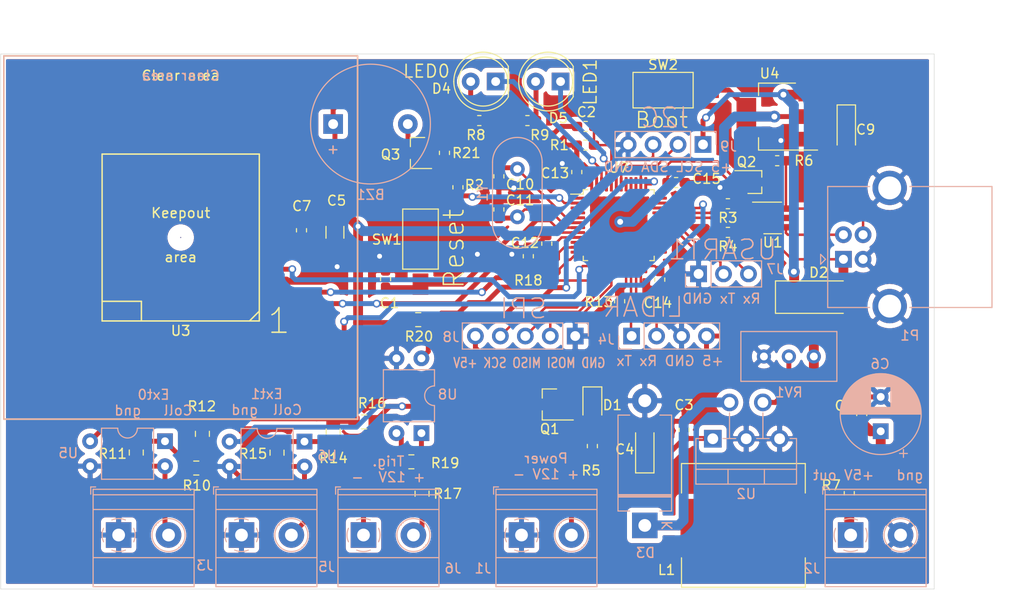
<source format=kicad_pcb>
(kicad_pcb (version 20171130) (host pcbnew "(6.0.0-rc1-dev-1613-ga55d9819b)")
  (layers (0 F.Cu signal) (31 B.Cu signal) (34 B.Paste user) (35 F.Paste user) (36 B.SilkS user) (37 F.SilkS user) (38 B.Mask user) (39 F.Mask user) (44 Edge.Cuts user))
  (net 0 "")
  (net 1 GND)
  (net 2 +3V3)
  (net 3 +5V)
  (net 4 /OSC_IN)
  (net 5 /OSC_OUT)
  (net 6 "Net-(C3-Pad1)")
  (net 7 "Net-(D2-Pad2)")
  (net 8 "Net-(D3-Pad1)")
  (net 9 /LED0)
  (net 10 "Net-(D4-Pad2)")
  (net 11 "Net-(D5-Pad2)")
  (net 12 /LED1)
  (net 13 "Net-(J1-Pad2)")
  (net 14 "Net-(J2-Pad1)")
  (net 15 "Net-(J3-Pad2)")
  (net 16 /U2Tx)
  (net 17 /U2Rx)
  (net 18 "Net-(J5-Pad2)")
  (net 19 "Net-(J6-Pad1)")
  (net 20 "Net-(J6-Pad2)")
  (net 21 /U1Tx)
  (net 22 /U1Rx)
  (net 23 "Net-(P1-Pad2)")
  (net 24 "Net-(P1-Pad3)")
  (net 25 /USB_PU)
  (net 26 "Net-(Q2-Pad3)")
  (net 27 /USBDM)
  (net 28 "Net-(R3-Pad1)")
  (net 29 "Net-(R4-Pad1)")
  (net 30 /USBDP)
  (net 31 "Net-(R10-Pad1)")
  (net 32 /TRIG0)
  (net 33 "Net-(R13-Pad1)")
  (net 34 "Net-(R14-Pad1)")
  (net 35 /TRIG1)
  (net 36 "Net-(R17-Pad2)")
  (net 37 /PPS)
  (net 38 /TRIG2)
  (net 39 /NRST)
  (net 40 /BOOT0)
  (net 41 /U3Tx)
  (net 42 /U3Rx)
  (net 43 "Net-(D1-Pad2)")
  (net 44 /MOSI)
  (net 45 /MISO)
  (net 46 /SCK)
  (net 47 /SCL)
  (net 48 /SDA)
  (net 49 "Net-(BZ1-Pad2)")
  (net 50 "Net-(Q3-Pad1)")
  (net 51 /buzzer)
  (net 52 "Net-(RV1-Pad2)")
  (module chrono:L80-R (layer F.Cu) (at 65.8162 67.1943)
    (fp_text reference U3 (at 0 4) (layer F.SilkS))
    (fp_text value L80-R)
    (fp_text user 1 (at 10 3) (layer F.SilkS) (effects (font (size 2.5 2.5))))
    (fp_text user Keepout (at 0 -8) (layer F.SilkS))
    (fp_text user area (at 0 -3.5) (layer F.SilkS))
    (fp_text user "Clear area" (at 0 -22) (layer F.SilkS))
    (fp_text user "Clear area" (at 0 -22) (layer B.SilkS) (effects (justify mirror)))
    (pad 1 smd rect (at 8 0) (size 4 2) (layers F.Cu F.Paste F.Mask) (net 41 /U3Tx))
    (pad 2 smd rect (at 8 -2.54) (size 4 2) (layers F.Cu F.Paste F.Mask) (net 42 /U3Rx))
    (pad 3 smd rect (at 8 -5.08) (size 4 2) (layers F.Cu F.Paste F.Mask) (net 1 GND))
    (pad 4 smd rect (at 8 -7.62) (size 4 2) (layers F.Cu F.Paste F.Mask) (net 2 +3V3))
    (pad 5 smd rect (at 8 -10.16) (size 4 2) (layers F.Cu F.Paste F.Mask) (net 2 +3V3))
    (pad 6 smd rect (at 8 -12.7) (size 4 2) (layers F.Cu F.Paste F.Mask) (net 37 /PPS))
    (pad 12 smd rect (at -8 0) (size 4 2) (layers F.Cu F.Paste F.Mask) (net 1 GND))
    (pad 11 smd rect (at -8 -2.54) (size 4 2) (layers F.Cu F.Paste F.Mask))
    (pad 10 smd rect (at -8 -5.08) (size 4 2) (layers F.Cu F.Paste F.Mask))
    (pad 9 smd rect (at -8 -7.62) (size 4 2) (layers F.Cu F.Paste F.Mask))
    (pad 8 smd rect (at -8 -10.16) (size 4 2) (layers F.Cu F.Paste F.Mask))
    (pad 7 smd rect (at -8 -12.7) (size 4 2) (layers F.Cu F.Paste F.Mask))
    (pad ~ smd circle (at 0 -5.5) (size 0.1 0.1) (layers B.Cu) (clearance 1.3))
    (pad ~ smd circle (at 0 -5.5) (size 0.1 0.1) (layers F.Cu) (clearance 1.3))
  )
  (module Capacitor_SMD:C_0603_1608Metric_Pad1.05x0.95mm_HandSolder (layer F.Cu) (at 86.6648 65.927 90)
    (fp_text reference C1 (at -2.4498 0.4064 180) (layer F.SilkS))
    (fp_text value 0.1)
    (pad 2 smd roundrect (at 0.875 0 90) (size 1.05 0.95) (layers F.Cu F.Paste F.Mask) (net 1 GND))
    (pad 1 smd roundrect (at -0.875 0 90) (size 1.05 0.95) (layers F.Cu F.Paste F.Mask) (net 39 /NRST))
  )
  (module Capacitor_SMD:C_0603_1608Metric_Pad1.05x0.95mm_HandSolder (layer F.Cu) (at 107.029 50.3795 180)
    (fp_text reference C2 (at -0.0775 1.4605 180) (layer F.SilkS))
    (fp_text value 0.1)
    (pad 1 smd roundrect (at -0.875 0 180) (size 1.05 0.95) (layers F.Cu F.Paste F.Mask) (net 40 /BOOT0))
    (pad 2 smd roundrect (at 0.875 0 180) (size 1.05 0.95) (layers F.Cu F.Paste F.Mask) (net 2 +3V3))
  )
  (module Capacitor_SMD:C_0603_1608Metric_Pad1.05x0.95mm_HandSolder (layer F.Cu) (at 117.048 81.29 90)
    (fp_text reference C3 (at 2.526 0 180) (layer F.SilkS))
    (fp_text value 0.1)
    (pad 1 smd roundrect (at -0.875 0 90) (size 1.05 0.95) (layers F.Cu F.Paste F.Mask) (net 6 "Net-(C3-Pad1)"))
    (pad 2 smd roundrect (at 0.875 0 90) (size 1.05 0.95) (layers F.Cu F.Paste F.Mask) (net 1 GND))
  )
  (module Capacitor_Tantalum_SMD:CP_EIA-3216-18_Kemet-A_Pad1.58x1.35mm_HandSolder (layer F.Cu) (at 113.0475 83.186 90)
    (fp_text reference C4 (at -0.0865 -2.032 180) (layer F.SilkS))
    (fp_text value 47u)
    (pad 2 smd roundrect (at 1.4375 0 90) (size 1.575 1.35) (layers F.Cu F.Paste F.Mask) (roundrect_rratio 0.185185) (net 1 GND))
    (pad 1 smd roundrect (at -1.4375 0 90) (size 1.575 1.35) (layers F.Cu F.Paste F.Mask) (roundrect_rratio 0.185185) (net 6 "Net-(C3-Pad1)"))
  )
  (module Capacitor_SMD:C_1206_3216Metric_Pad1.42x1.75mm_HandSolder (layer F.Cu) (at 81.5134 61.1634 90)
    (fp_text reference C5 (at 3.2274 0.1651 180) (layer F.SilkS))
    (fp_text value 10u)
    (pad 1 smd roundrect (at -1.4875 0 90) (size 1.425 1.75) (layers F.Cu F.Paste F.Mask) (roundrect_rratio 0.175439) (net 1 GND))
    (pad 2 smd roundrect (at 1.4875 0 90) (size 1.425 1.75) (layers F.Cu F.Paste F.Mask) (roundrect_rratio 0.175439) (net 2 +3V3))
  )
  (module Capacitor_THT:CP_Radial_D8.0mm_P3.50mm (layer B.Cu) (at 137.0584 81.4324 90)
    (fp_text reference C6 (at 6.858 -0.0635 180) (layer B.SilkS) (effects (justify mirror)))
    (fp_text value 100u)
    (pad 1 thru_hole rect (at 0 0 90) (size 1.6 1.6) (drill 0.8) (layers *.Cu *.Mask) (net 3 +5V))
    (pad 2 thru_hole circle (at 3.5 0 90) (size 1.6 1.6) (drill 0.8) (layers *.Cu *.Mask) (net 1 GND))
  )
  (module Capacitor_SMD:C_0603_1608Metric_Pad1.05x0.95mm_HandSolder (layer F.Cu) (at 78.1098 60.9573 90)
    (fp_text reference C7 (at 2.4625 0.0254 180) (layer F.SilkS))
    (fp_text value 0.1)
    (pad 1 smd roundrect (at -0.875 0 90) (size 1.05 0.95) (layers F.Cu F.Paste F.Mask) (net 1 GND))
    (pad 2 smd roundrect (at 0.875 0 90) (size 1.05 0.95) (layers F.Cu F.Paste F.Mask) (net 2 +3V3))
  )
  (module Capacitor_SMD:C_0603_1608Metric_Pad1.05x0.95mm_HandSolder (layer F.Cu) (at 135.128 79.6658 90)
    (fp_text reference C8 (at 0.8395 -1.778 180) (layer F.SilkS))
    (fp_text value 0.1)
    (pad 2 smd roundrect (at 0.875 0 90) (size 1.05 0.95) (layers F.Cu F.Paste F.Mask) (net 1 GND))
    (pad 1 smd roundrect (at -0.875 0 90) (size 1.05 0.95) (layers F.Cu F.Paste F.Mask) (net 3 +5V))
  )
  (module Capacitor_Tantalum_SMD:CP_EIA-3216-18_Kemet-A_Pad1.58x1.35mm_HandSolder (layer F.Cu) (at 133.558 50.674 270)
    (fp_text reference C9 (at 0.023 -1.9685) (layer F.SilkS))
    (fp_text value 47u)
    (pad 1 smd roundrect (at -1.4375 0 270) (size 1.575 1.35) (layers F.Cu F.Paste F.Mask) (roundrect_rratio 0.185185) (net 2 +3V3))
    (pad 2 smd roundrect (at 1.4375 0 270) (size 1.575 1.35) (layers F.Cu F.Paste F.Mask) (roundrect_rratio 0.185185) (net 1 GND))
  )
  (module Capacitor_SMD:C_0603_1608Metric_Pad1.05x0.95mm_HandSolder (layer F.Cu) (at 98.1964 55.4622 270)
    (fp_text reference C10 (at 0.8115 -2.159) (layer F.SilkS))
    (fp_text value 12)
    (pad 2 smd roundrect (at 0.875 0 270) (size 1.05 0.95) (layers F.Cu F.Paste F.Mask) (net 1 GND))
    (pad 1 smd roundrect (at -0.875 0 270) (size 1.05 0.95) (layers F.Cu F.Paste F.Mask) (net 4 /OSC_IN))
  )
  (module Capacitor_SMD:C_0603_1608Metric_Pad1.05x0.95mm_HandSolder (layer F.Cu) (at 98.1964 58.8378 90)
    (fp_text reference C11 (at 0.9385 2.159 180) (layer F.SilkS))
    (fp_text value 12)
    (pad 1 smd roundrect (at -0.875 0 90) (size 1.05 0.95) (layers F.Cu F.Paste F.Mask) (net 5 /OSC_OUT))
    (pad 2 smd roundrect (at 0.875 0 90) (size 1.05 0.95) (layers F.Cu F.Paste F.Mask) (net 1 GND))
  )
  (module Capacitor_SMD:C_0603_1608Metric_Pad1.05x0.95mm_HandSolder (layer F.Cu) (at 103.0732 62.3202 270)
    (fp_text reference C12 (at -0.0775 2.2225) (layer F.SilkS))
    (fp_text value 0.1)
    (pad 1 smd roundrect (at -0.875 0 270) (size 1.05 0.95) (layers F.Cu F.Paste F.Mask) (net 1 GND))
    (pad 2 smd roundrect (at 0.875 0 270) (size 1.05 0.95) (layers F.Cu F.Paste F.Mask) (net 2 +3V3))
  )
  (module Capacitor_SMD:C_0603_1608Metric_Pad1.05x0.95mm_HandSolder (layer F.Cu) (at 106.126 55.029 270)
    (fp_text reference C13 (at 0.113 2.2225) (layer F.SilkS))
    (fp_text value 0.1)
    (pad 2 smd roundrect (at 0.875 0 270) (size 1.05 0.95) (layers F.Cu F.Paste F.Mask) (net 2 +3V3))
    (pad 1 smd roundrect (at -0.875 0 270) (size 1.05 0.95) (layers F.Cu F.Paste F.Mask) (net 1 GND))
  )
  (module Capacitor_SMD:C_0603_1608Metric_Pad1.05x0.95mm_HandSolder (layer F.Cu) (at 114.5715 65.9865 90)
    (fp_text reference C14 (at -2.3635 -0.1905 180) (layer F.SilkS))
    (fp_text value 0.1)
    (pad 1 smd roundrect (at -0.875 0 90) (size 1.05 0.95) (layers F.Cu F.Paste F.Mask) (net 1 GND))
    (pad 2 smd roundrect (at 0.875 0 90) (size 1.05 0.95) (layers F.Cu F.Paste F.Mask) (net 2 +3V3))
  )
  (module Capacitor_SMD:C_0603_1608Metric_Pad1.05x0.95mm_HandSolder (layer F.Cu) (at 116.2365 56.0945 180)
    (fp_text reference C15 (at -3.0975 0.381 180) (layer F.SilkS))
    (fp_text value 0.1)
    (pad 2 smd roundrect (at 0.875 0 180) (size 1.05 0.95) (layers F.Cu F.Paste F.Mask) (net 2 +3V3))
    (pad 1 smd roundrect (at -0.875 0 180) (size 1.05 0.95) (layers F.Cu F.Paste F.Mask) (net 1 GND))
  )
  (module Diode_SMD:D_0805_2012Metric_Pad1.15x1.40mm_HandSolder (layer F.Cu) (at 107.7135 78.773 270)
    (fp_text reference D1 (at -0.009 -2.032) (layer F.SilkS))
    (fp_text value MM3Z7V5)
    (pad 1 smd roundrect (at -1.025 0 270) (size 1.15 1.4) (layers F.Cu F.Paste F.Mask) (roundrect_rratio 0.217391) (net 6 "Net-(C3-Pad1)"))
    (pad 2 smd roundrect (at 1.025 0 270) (size 1.15 1.4) (layers F.Cu F.Paste F.Mask) (roundrect_rratio 0.217391) (net 43 "Net-(D1-Pad2)"))
  )
  (module Diode_SMD:D_SMA_Handsoldering (layer F.Cu) (at 130.7484 67.7672)
    (fp_text reference D2 (at 0 -2.5) (layer F.SilkS))
    (fp_text value SS14)
    (pad 1 smd rect (at -2.5 0) (size 3.5 1.8) (layers F.Cu F.Paste F.Mask) (net 3 +5V))
    (pad 2 smd rect (at 2.5 0) (size 3.5 1.8) (layers F.Cu F.Paste F.Mask) (net 7 "Net-(D2-Pad2)"))
  )
  (module Diode_THT:D_DO-201_P12.70mm_Horizontal (layer B.Cu) (at 113.0475 91.0195 90)
    (fp_text reference D3 (at -2.794 0.0635 180) (layer B.SilkS) (effects (justify mirror)))
    (fp_text value 1n5822)
    (fp_text user K (at 0 2.3 90) (layer B.SilkS) (effects (justify mirror)))
    (pad 1 thru_hole rect (at 0 0 90) (size 2.6 2.6) (drill 1.3) (layers *.Cu *.Mask) (net 8 "Net-(D3-Pad1)"))
    (pad 2 thru_hole oval (at 12.7 0 90) (size 2.6 2.6) (drill 1.3) (layers *.Cu *.Mask) (net 1 GND))
  )
  (module LED_THT:LED_D5.0mm (layer F.Cu) (at 97.871 45.8075 180)
    (fp_text reference D4 (at 5.5166 -0.7253 180) (layer F.SilkS))
    (fp_text value LED0)
    (pad 2 thru_hole circle (at 2.54 0 180) (size 1.8 1.8) (drill 0.9) (layers *.Cu *.Mask) (net 10 "Net-(D4-Pad2)"))
    (pad 1 thru_hole rect (at 0 0 180) (size 1.8 1.8) (drill 0.9) (layers *.Cu *.Mask) (net 9 /LED0))
  )
  (module LED_THT:LED_D5.0mm (layer F.Cu) (at 104.475 45.8075 180)
    (fp_text reference D5 (at 0.2334 -3.7225 180) (layer F.SilkS))
    (fp_text value LED1)
    (pad 1 thru_hole rect (at 0 0 180) (size 1.8 1.8) (drill 0.9) (layers *.Cu *.Mask) (net 12 /LED1))
    (pad 2 thru_hole circle (at 2.54 0 180) (size 1.8 1.8) (drill 0.9) (layers *.Cu *.Mask) (net 11 "Net-(D5-Pad2)"))
  )
  (module TerminalBlock_Phoenix:TerminalBlock_Phoenix_MKDS-1,5-2-5.08_1x02_P5.08mm_Horizontal (layer B.Cu) (at 100.5 92)
    (fp_text reference J1 (at -3.9292 3.4024) (layer B.SilkS) (effects (justify mirror)))
    (fp_text value "Power 12V")
    (pad 2 thru_hole circle (at 5.08 0) (size 2.6 2.6) (drill 1.3) (layers *.Cu *.Mask) (net 13 "Net-(J1-Pad2)"))
    (pad 1 thru_hole rect (at 0 0) (size 2.6 2.6) (drill 1.3) (layers *.Cu *.Mask) (net 1 GND))
  )
  (module TerminalBlock_Phoenix:TerminalBlock_Phoenix_MKDS-1,5-2-5.08_1x02_P5.08mm_Horizontal (layer B.Cu) (at 134 92)
    (fp_text reference J2 (at -3.952 3.4024) (layer B.SilkS) (effects (justify mirror)))
    (fp_text value +5Vout)
    (pad 1 thru_hole rect (at 0 0) (size 2.6 2.6) (drill 1.3) (layers *.Cu *.Mask) (net 14 "Net-(J2-Pad1)"))
    (pad 2 thru_hole circle (at 5.08 0) (size 2.6 2.6) (drill 1.3) (layers *.Cu *.Mask) (net 1 GND))
  )
  (module TerminalBlock_Phoenix:TerminalBlock_Phoenix_MKDS-1,5-2-5.08_1x02_P5.08mm_Horizontal (layer B.Cu) (at 59.5 92)
    (fp_text reference J3 (at 8.7752 3.0976) (layer B.SilkS) (effects (justify mirror)))
    (fp_text value Ext_trig0)
    (pad 1 thru_hole rect (at 0 0) (size 2.6 2.6) (drill 1.3) (layers *.Cu *.Mask) (net 1 GND))
    (pad 2 thru_hole circle (at 5.08 0) (size 2.6 2.6) (drill 1.3) (layers *.Cu *.Mask) (net 15 "Net-(J3-Pad2)"))
  )
  (module Connector_PinSocket_2.54mm:PinSocket_1x04_P2.54mm_Vertical (layer B.Cu) (at 111.7092 71.7296 270)
    (fp_text reference J4 (at 0.3556 2.5908) (layer B.SilkS) (effects (justify mirror)))
    (fp_text value LIDAR)
    (pad 1 thru_hole rect (at 0 0 270) (size 1.7 1.7) (drill 1) (layers *.Cu *.Mask) (net 16 /U2Tx))
    (pad 2 thru_hole oval (at 0 -2.54 270) (size 1.7 1.7) (drill 1) (layers *.Cu *.Mask) (net 17 /U2Rx))
    (pad 3 thru_hole oval (at 0 -5.08 270) (size 1.7 1.7) (drill 1) (layers *.Cu *.Mask) (net 1 GND))
    (pad 4 thru_hole oval (at 0 -7.62 270) (size 1.7 1.7) (drill 1) (layers *.Cu *.Mask) (net 3 +5V))
  )
  (module TerminalBlock_Phoenix:TerminalBlock_Phoenix_MKDS-1,5-2-5.08_1x02_P5.08mm_Horizontal (layer B.Cu) (at 72 92)
    (fp_text reference J5 (at 8.6704 3.25) (layer B.SilkS) (effects (justify mirror)))
    (fp_text value Ext_trig1)
    (pad 1 thru_hole rect (at 0 0) (size 2.6 2.6) (drill 1.3) (layers *.Cu *.Mask) (net 1 GND))
    (pad 2 thru_hole circle (at 5.08 0) (size 2.6 2.6) (drill 1.3) (layers *.Cu *.Mask) (net 18 "Net-(J5-Pad2)"))
  )
  (module TerminalBlock_Phoenix:TerminalBlock_Phoenix_MKDS-1,5-2-5.08_1x02_P5.08mm_Horizontal (layer B.Cu) (at 84.42 92)
    (fp_text reference J6 (at 9.1028 3.4024) (layer B.SilkS) (effects (justify mirror)))
    (fp_text value Ext_trig2)
    (pad 1 thru_hole rect (at 0 0) (size 2.6 2.6) (drill 1.3) (layers *.Cu *.Mask) (net 19 "Net-(J6-Pad1)"))
    (pad 2 thru_hole circle (at 5.08 0) (size 2.6 2.6) (drill 1.3) (layers *.Cu *.Mask) (net 20 "Net-(J6-Pad2)"))
  )
  (module Connector_PinSocket_2.54mm:PinSocket_1x03_P2.54mm_Vertical (layer B.Cu) (at 118.5212 65.4036 270)
    (fp_text reference J7 (at -0.4812 -7.7676) (layer B.SilkS) (effects (justify mirror)))
    (fp_text value USART1)
    (pad 1 thru_hole rect (at 0 0 270) (size 1.7 1.7) (drill 1) (layers *.Cu *.Mask) (net 1 GND))
    (pad 2 thru_hole oval (at 0 -2.54 270) (size 1.7 1.7) (drill 1) (layers *.Cu *.Mask) (net 21 /U1Tx))
    (pad 3 thru_hole oval (at 0 -5.08 270) (size 1.7 1.7) (drill 1) (layers *.Cu *.Mask) (net 22 /U1Rx))
  )
  (module Inductor_SMD:L_12x12mm_H4.5mm (layer F.Cu) (at 123.0835 91.0195 180)
    (fp_text reference L1 (at 7.8183 -4.5353 180) (layer F.SilkS))
    (fp_text value 100u)
    (pad 1 smd rect (at -4.95 0 180) (size 2.9 5.4) (layers F.Cu F.Paste F.Mask) (net 3 +5V))
    (pad 2 smd rect (at 4.95 0 180) (size 2.9 5.4) (layers F.Cu F.Paste F.Mask) (net 8 "Net-(D3-Pad1)"))
  )
  (module Connectors_USB:USB_B_OST_USB-B1HSxx_Horizontal (layer B.Cu) (at 133.2628 63.9116)
    (fp_text reference P1 (at 6.76 7.77) (layer B.SilkS) (effects (justify mirror)))
    (fp_text value USB_B)
    (pad 1 thru_hole rect (at 0 0) (size 1.7 1.7) (drill 0.92) (layers *.Cu *.Mask) (net 7 "Net-(D2-Pad2)"))
    (pad 2 thru_hole circle (at 0 -2.5) (size 1.7 1.7) (drill 0.92) (layers *.Cu *.Mask) (net 23 "Net-(P1-Pad2)"))
    (pad 3 thru_hole circle (at 2 -2.5) (size 1.7 1.7) (drill 0.92) (layers *.Cu *.Mask) (net 24 "Net-(P1-Pad3)"))
    (pad 4 thru_hole circle (at 2 0) (size 1.7 1.7) (drill 0.92) (layers *.Cu *.Mask) (net 1 GND))
    (pad 5 thru_hole circle (at 4.71 4.77) (size 3.5 3.5) (drill 2.33) (layers *.Cu *.Mask) (net 1 GND))
    (pad 5 thru_hole circle (at 4.71 -7.27) (size 3.5 3.5) (drill 2.33) (layers *.Cu *.Mask) (net 1 GND))
  )
  (module TO_SOT_Packages_SMD:SOT-23_Handsoldering (layer F.Cu) (at 103.3715 78.7005 180)
    (fp_text reference Q1 (at 0 -2.5 180) (layer F.SilkS))
    (fp_text value AO3407)
    (pad 1 smd rect (at -1.5 -0.95 180) (size 1.9 0.8) (layers F.Cu F.Paste F.Mask) (net 43 "Net-(D1-Pad2)"))
    (pad 2 smd rect (at -1.5 0.95 180) (size 1.9 0.8) (layers F.Cu F.Paste F.Mask) (net 6 "Net-(C3-Pad1)"))
    (pad 3 smd rect (at 1.5 0 180) (size 1.9 0.8) (layers F.Cu F.Paste F.Mask) (net 13 "Net-(J1-Pad2)"))
  )
  (module TO_SOT_Packages_SMD:SOT-323_SC-70_Handsoldering (layer F.Cu) (at 124.22 56.046)
    (fp_text reference Q2 (at -0.822 -2.047) (layer F.SilkS))
    (fp_text value DTA114Y)
    (pad 1 smd rect (at -1.33 -0.65 270) (size 0.45 1.5) (layers F.Cu F.Paste F.Mask) (net 25 /USB_PU))
    (pad 2 smd rect (at -1.33 0.65 270) (size 0.45 1.5) (layers F.Cu F.Paste F.Mask) (net 2 +3V3))
    (pad 3 smd rect (at 1.33 0 270) (size 0.45 1.5) (layers F.Cu F.Paste F.Mask) (net 26 "Net-(Q2-Pad3)"))
  )
  (module Resistor_SMD:R_0603_1608Metric_Pad1.05x0.95mm_HandSolder (layer F.Cu) (at 107.001 52.2845 180)
    (fp_text reference R1 (at 2.653 0 180) (layer F.SilkS))
    (fp_text value 10k)
    (pad 2 smd roundrect (at 0.875 0 180) (size 1.05 0.95) (layers F.Cu F.Paste F.Mask) (net 1 GND))
    (pad 1 smd roundrect (at -0.875 0 180) (size 1.05 0.95) (layers F.Cu F.Paste F.Mask) (net 40 /BOOT0))
  )
  (module Resistor_SMD:R_0603_1608Metric_Pad1.05x0.95mm_HandSolder (layer F.Cu) (at 121.507 58.2535 180)
    (fp_text reference R3 (at 0 -1.43 180) (layer F.SilkS))
    (fp_text value 22)
    (pad 1 smd roundrect (at -0.875 0 180) (size 1.05 0.95) (layers F.Cu F.Paste F.Mask) (net 28 "Net-(R3-Pad1)"))
    (pad 2 smd roundrect (at 0.875 0 180) (size 1.05 0.95) (layers F.Cu F.Paste F.Mask) (net 30 /USBDP))
  )
  (module Resistor_SMD:R_0603_1608Metric_Pad1.05x0.95mm_HandSolder (layer F.Cu) (at 121.507 61.1745 180)
    (fp_text reference R4 (at 0 -1.43 180) (layer F.SilkS))
    (fp_text value 22)
    (pad 2 smd roundrect (at 0.875 0 180) (size 1.05 0.95) (layers F.Cu F.Paste F.Mask) (net 27 /USBDM))
    (pad 1 smd roundrect (at -0.875 0 180) (size 1.05 0.95) (layers F.Cu F.Paste F.Mask) (net 29 "Net-(R4-Pad1)"))
  )
  (module Resistor_SMD:R_0603_1608Metric_Pad1.05x0.95mm_HandSolder (layer F.Cu) (at 107.7135 82.941 90)
    (fp_text reference R5 (at -2.4905 -0.127 180) (layer F.SilkS))
    (fp_text value 10k)
    (pad 2 smd roundrect (at 0.875 0 90) (size 1.05 0.95) (layers F.Cu F.Paste F.Mask) (net 43 "Net-(D1-Pad2)"))
    (pad 1 smd roundrect (at -0.875 0 90) (size 1.05 0.95) (layers F.Cu F.Paste F.Mask) (net 1 GND))
  )
  (module Resistor_SMD:R_0603_1608Metric_Pad1.05x0.95mm_HandSolder (layer F.Cu) (at 126.5235 53.872)
    (fp_text reference R6 (at 2.7165 0) (layer F.SilkS))
    (fp_text value 1k5)
    (pad 1 smd roundrect (at -0.875 0) (size 1.05 0.95) (layers F.Cu F.Paste F.Mask) (net 26 "Net-(Q2-Pad3)"))
    (pad 2 smd roundrect (at 0.875 0) (size 1.05 0.95) (layers F.Cu F.Paste F.Mask) (net 24 "Net-(P1-Pad3)"))
  )
  (module Resistor_SMD:R_0603_1608Metric_Pad1.05x0.95mm_HandSolder (layer F.Cu) (at 133.858 87.743 90)
    (fp_text reference R7 (at 0.8115 -1.8415 180) (layer F.SilkS))
    (fp_text value 22)
    (pad 1 smd roundrect (at -0.875 0 90) (size 1.05 0.95) (layers F.Cu F.Paste F.Mask) (net 14 "Net-(J2-Pad1)"))
    (pad 2 smd roundrect (at 0.875 0 90) (size 1.05 0.95) (layers F.Cu F.Paste F.Mask) (net 3 +5V))
  )
  (module Resistor_SMD:R_0603_1608Metric_Pad1.05x0.95mm_HandSolder (layer F.Cu) (at 96.2038 49.784)
    (fp_text reference R8 (at -0.3442 1.4732) (layer F.SilkS))
    (fp_text value 330)
    (pad 1 smd roundrect (at -0.875 0) (size 1.05 0.95) (layers F.Cu F.Paste F.Mask) (net 10 "Net-(D4-Pad2)"))
    (pad 2 smd roundrect (at 0.875 0) (size 1.05 0.95) (layers F.Cu F.Paste F.Mask) (net 2 +3V3))
  )
  (module Resistor_SMD:R_0603_1608Metric_Pad1.05x0.95mm_HandSolder (layer F.Cu) (at 101.1034 49.784 180)
    (fp_text reference R9 (at -1.2586 -1.4732 180) (layer F.SilkS))
    (fp_text value 330)
    (pad 1 smd roundrect (at -0.875 0 180) (size 1.05 0.95) (layers F.Cu F.Paste F.Mask) (net 11 "Net-(D5-Pad2)"))
    (pad 2 smd roundrect (at 0.875 0 180) (size 1.05 0.95) (layers F.Cu F.Paste F.Mask) (net 2 +3V3))
  )
  (module Resistor_SMD:R_0805_2012Metric_Pad1.15x1.40mm_HandSolder (layer F.Cu) (at 67.4 85.1775)
    (fp_text reference R10 (at 0.0545 1.778) (layer F.SilkS))
    (fp_text value 330)
    (pad 1 smd roundrect (at -1.025 0) (size 1.15 1.4) (layers F.Cu F.Paste F.Mask) (roundrect_rratio 0.217391) (net 31 "Net-(R10-Pad1)"))
    (pad 2 smd roundrect (at 1.025 0) (size 1.15 1.4) (layers F.Cu F.Paste F.Mask) (roundrect_rratio 0.217391) (net 2 +3V3))
  )
  (module Resistor_SMD:R_0805_2012Metric_Pad1.15x1.40mm_HandSolder (layer F.Cu) (at 61.295 83.599 90)
    (fp_text reference R11 (at -0.118 -2.413 180) (layer F.SilkS))
    (fp_text value 4k7)
    (pad 2 smd roundrect (at 1.025 0 90) (size 1.15 1.4) (layers F.Cu F.Paste F.Mask) (roundrect_rratio 0.217391) (net 31 "Net-(R10-Pad1)"))
    (pad 1 smd roundrect (at -1.025 0 90) (size 1.15 1.4) (layers F.Cu F.Paste F.Mask) (roundrect_rratio 0.217391) (net 15 "Net-(J3-Pad2)"))
  )
  (module Resistor_SMD:R_0805_2012Metric_Pad1.15x1.40mm_HandSolder (layer F.Cu) (at 68.026 81.694 90)
    (fp_text reference R12 (at 2.803 -0.0635 180) (layer F.SilkS))
    (fp_text value 4k7)
    (pad 2 smd roundrect (at 1.025 0 90) (size 1.15 1.4) (layers F.Cu F.Paste F.Mask) (roundrect_rratio 0.217391) (net 32 /TRIG0))
    (pad 1 smd roundrect (at -1.025 0 90) (size 1.15 1.4) (layers F.Cu F.Paste F.Mask) (roundrect_rratio 0.217391) (net 2 +3V3))
  )
  (module Resistor_SMD:R_0603_1608Metric_Pad1.05x0.95mm_HandSolder (layer F.Cu) (at 110.49 68.185 270)
    (fp_text reference R13 (at 0.0902 2.1336) (layer F.SilkS))
    (fp_text value 100k)
    (pad 2 smd roundrect (at 0.875 0 270) (size 1.05 0.95) (layers F.Cu F.Paste F.Mask) (net 1 GND))
    (pad 1 smd roundrect (at -0.875 0 270) (size 1.05 0.95) (layers F.Cu F.Paste F.Mask) (net 33 "Net-(R13-Pad1)"))
  )
  (module Resistor_SMD:R_0805_2012Metric_Pad1.15x1.40mm_HandSolder (layer F.Cu) (at 81.334 81.453 90)
    (fp_text reference R14 (at -2.7085 0.027 180) (layer F.SilkS))
    (fp_text value 330)
    (pad 1 smd roundrect (at -1.025 0 90) (size 1.15 1.4) (layers F.Cu F.Paste F.Mask) (roundrect_rratio 0.217391) (net 34 "Net-(R14-Pad1)"))
    (pad 2 smd roundrect (at 1.025 0 90) (size 1.15 1.4) (layers F.Cu F.Paste F.Mask) (roundrect_rratio 0.217391) (net 2 +3V3))
  )
  (module Resistor_SMD:R_0805_2012Metric_Pad1.15x1.40mm_HandSolder (layer F.Cu) (at 75.619 83.612 90)
    (fp_text reference R15 (at -0.105 -2.4495 180) (layer F.SilkS))
    (fp_text value 4k7)
    (pad 2 smd roundrect (at 1.025 0 90) (size 1.15 1.4) (layers F.Cu F.Paste F.Mask) (roundrect_rratio 0.217391) (net 34 "Net-(R14-Pad1)"))
    (pad 1 smd roundrect (at -1.025 0 90) (size 1.15 1.4) (layers F.Cu F.Paste F.Mask) (roundrect_rratio 0.217391) (net 18 "Net-(J5-Pad2)"))
  )
  (module Resistor_SMD:R_0805_2012Metric_Pad1.15x1.40mm_HandSolder (layer F.Cu) (at 84.4815 80.4785)
    (fp_text reference R16 (at 0.8165 -1.905) (layer F.SilkS))
    (fp_text value 4k7)
    (pad 2 smd roundrect (at 1.025 0) (size 1.15 1.4) (layers F.Cu F.Paste F.Mask) (roundrect_rratio 0.217391) (net 35 /TRIG1))
    (pad 1 smd roundrect (at -1.025 0) (size 1.15 1.4) (layers F.Cu F.Paste F.Mask) (roundrect_rratio 0.217391) (net 2 +3V3))
  )
  (module Resistor_SMD:R_0805_2012Metric_Pad1.15x1.40mm_HandSolder (layer F.Cu) (at 90.378 87.79 90)
    (fp_text reference R17 (at 0 2.6035 180) (layer F.SilkS))
    (fp_text value 2k2)
    (pad 1 smd roundrect (at -1.025 0 90) (size 1.15 1.4) (layers F.Cu F.Paste F.Mask) (roundrect_rratio 0.217391) (net 20 "Net-(J6-Pad2)"))
    (pad 2 smd roundrect (at 1.025 0 90) (size 1.15 1.4) (layers F.Cu F.Paste F.Mask) (roundrect_rratio 0.217391) (net 36 "Net-(R17-Pad2)"))
  )
  (module Resistor_SMD:R_0603_1608Metric_Pad1.05x0.95mm_HandSolder (layer F.Cu) (at 101.1936 63.6016 270)
    (fp_text reference R18 (at 2.4625 0) (layer F.SilkS))
    (fp_text value 100k)
    (pad 2 smd roundrect (at 0.875 0 270) (size 1.05 0.95) (layers F.Cu F.Paste F.Mask) (net 37 /PPS))
    (pad 1 smd roundrect (at -0.875 0 270) (size 1.05 0.95) (layers F.Cu F.Paste F.Mask) (net 1 GND))
  )
  (module Resistor_SMD:R_0805_2012Metric_Pad1.15x1.40mm_HandSolder (layer F.Cu) (at 89.2895 84.5425)
    (fp_text reference R19 (at 3.438 0.127) (layer F.SilkS))
    (fp_text value 4k7)
    (pad 1 smd roundrect (at -1.025 0) (size 1.15 1.4) (layers F.Cu F.Paste F.Mask) (roundrect_rratio 0.217391) (net 19 "Net-(J6-Pad1)"))
    (pad 2 smd roundrect (at 1.025 0) (size 1.15 1.4) (layers F.Cu F.Paste F.Mask) (roundrect_rratio 0.217391) (net 36 "Net-(R17-Pad2)"))
  )
  (module Resistor_SMD:R_0805_2012Metric_Pad1.15x1.40mm_HandSolder (layer F.Cu) (at 89.988 70.0645)
    (fp_text reference R20 (at 0.0804 1.7159) (layer F.SilkS))
    (fp_text value 4k7)
    (pad 2 smd roundrect (at 1.025 0) (size 1.15 1.4) (layers F.Cu F.Paste F.Mask) (roundrect_rratio 0.217391) (net 38 /TRIG2))
    (pad 1 smd roundrect (at -1.025 0) (size 1.15 1.4) (layers F.Cu F.Paste F.Mask) (roundrect_rratio 0.217391) (net 2 +3V3))
  )
  (module Buttons_Switches_SMD:SW_SPST_FSMSM (layer F.Cu) (at 90.2208 61.8564 90)
    (fp_text reference SW1 (at -0.0455 -3.429 180) (layer F.SilkS))
    (fp_text value Reset)
    (pad 1 smd rect (at -4.59 0 90) (size 2.18 1.6) (layers F.Cu F.Paste F.Mask) (net 39 /NRST))
    (pad 2 smd rect (at 4.59 0 90) (size 2.18 1.6) (layers F.Cu F.Paste F.Mask) (net 1 GND))
  )
  (module Buttons_Switches_SMD:SW_SPST_FSMSM (layer F.Cu) (at 114.9096 46.6852)
    (fp_text reference SW2 (at 0 -2.5908) (layer F.SilkS))
    (fp_text value Boot)
    (pad 2 smd rect (at 4.59 0) (size 2.18 1.6) (layers F.Cu F.Paste F.Mask) (net 2 +3V3))
    (pad 1 smd rect (at -4.59 0) (size 2.18 1.6) (layers F.Cu F.Paste F.Mask) (net 40 /BOOT0))
  )
  (module TO_SOT_Packages_SMD:SOT-23-6_Handsoldering (layer F.Cu) (at 126.065 59.7013)
    (fp_text reference U1 (at 0 2.4892) (layer F.SilkS))
    (fp_text value USBLC6-2SC6)
    (pad 1 smd rect (at -1.35 -0.95) (size 1.56 0.65) (layers F.Cu F.Paste F.Mask) (net 28 "Net-(R3-Pad1)"))
    (pad 2 smd rect (at -1.35 0) (size 1.56 0.65) (layers F.Cu F.Paste F.Mask) (net 1 GND))
    (pad 3 smd rect (at -1.35 0.95) (size 1.56 0.65) (layers F.Cu F.Paste F.Mask) (net 29 "Net-(R4-Pad1)"))
    (pad 4 smd rect (at 1.35 0.95) (size 1.56 0.65) (layers F.Cu F.Paste F.Mask) (net 23 "Net-(P1-Pad2)"))
    (pad 6 smd rect (at 1.35 -0.95) (size 1.56 0.65) (layers F.Cu F.Paste F.Mask) (net 24 "Net-(P1-Pad3)"))
    (pad 5 smd rect (at 1.35 0) (size 1.56 0.65) (layers F.Cu F.Paste F.Mask) (net 7 "Net-(D2-Pad2)"))
  )
  (module TO_SOT_Packages_THT:TO-220-5_P3.4x3.7mm_StaggerEven_Lead3.8mm_Vertical (layer B.Cu) (at 119.969 82.193)
    (fp_text reference U2 (at 3.4 5.62) (layer B.SilkS) (effects (justify mirror)))
    (fp_text value LM2576ADJ)
    (pad 1 thru_hole rect (at 0 0) (size 1.8 1.8) (drill 1.1) (layers *.Cu *.Mask) (net 6 "Net-(C3-Pad1)"))
    (pad 2 thru_hole oval (at 1.7 -3.7) (size 1.8 1.8) (drill 1.1) (layers *.Cu *.Mask) (net 8 "Net-(D3-Pad1)"))
    (pad 3 thru_hole oval (at 3.4 0) (size 1.8 1.8) (drill 1.1) (layers *.Cu *.Mask) (net 1 GND))
    (pad 4 thru_hole oval (at 5.1 -3.7) (size 1.8 1.8) (drill 1.1) (layers *.Cu *.Mask) (net 52 "Net-(RV1-Pad2)"))
    (pad 5 thru_hole oval (at 6.8 0) (size 1.8 1.8) (drill 1.1) (layers *.Cu *.Mask) (net 1 GND))
  )
  (module TO_SOT_Packages_SMD:SOT-223 (layer F.Cu) (at 126.5345 49.3775 180)
    (fp_text reference U4 (at 0.787 4.3955 180) (layer F.SilkS))
    (fp_text value LM1117-3.3)
    (pad 4 smd rect (at 3.15 0 180) (size 2 3.8) (layers F.Cu F.Paste F.Mask) (net 2 +3V3))
    (pad 2 smd rect (at -3.15 0 180) (size 2 1.5) (layers F.Cu F.Paste F.Mask) (net 2 +3V3))
    (pad 3 smd rect (at -3.15 2.3 180) (size 2 1.5) (layers F.Cu F.Paste F.Mask) (net 3 +5V))
    (pad 1 smd rect (at -3.15 -2.3 180) (size 2 1.5) (layers F.Cu F.Paste F.Mask) (net 1 GND))
  )
  (module Package_DIP:DIP-4_W7.62mm (layer B.Cu) (at 64.216 82.447 180)
    (fp_text reference U5 (at 9.8425 -1.2065 180) (layer B.SilkS) (effects (justify mirror)))
    (fp_text value PC817)
    (pad 1 thru_hole rect (at 0 0 180) (size 1.6 1.6) (drill 0.8) (layers *.Cu *.Mask) (net 31 "Net-(R10-Pad1)"))
    (pad 3 thru_hole oval (at 7.62 -2.54 180) (size 1.6 1.6) (drill 0.8) (layers *.Cu *.Mask) (net 1 GND))
    (pad 2 thru_hole oval (at 0 -2.54 180) (size 1.6 1.6) (drill 0.8) (layers *.Cu *.Mask) (net 15 "Net-(J3-Pad2)"))
    (pad 4 thru_hole oval (at 7.62 0 180) (size 1.6 1.6) (drill 0.8) (layers *.Cu *.Mask) (net 32 /TRIG0))
  )
  (module Package_DIP:DIP-4_W7.62mm (layer B.Cu) (at 78.413 82.478 180)
    (fp_text reference U6 (at -2.313 -1.4295 180) (layer B.SilkS) (effects (justify mirror)))
    (fp_text value PC817)
    (pad 1 thru_hole rect (at 0 0 180) (size 1.6 1.6) (drill 0.8) (layers *.Cu *.Mask) (net 34 "Net-(R14-Pad1)"))
    (pad 3 thru_hole oval (at 7.62 -2.54 180) (size 1.6 1.6) (drill 0.8) (layers *.Cu *.Mask) (net 1 GND))
    (pad 2 thru_hole oval (at 0 -2.54 180) (size 1.6 1.6) (drill 0.8) (layers *.Cu *.Mask) (net 18 "Net-(J5-Pad2)"))
    (pad 4 thru_hole oval (at 7.62 0 180) (size 1.6 1.6) (drill 0.8) (layers *.Cu *.Mask) (net 35 /TRIG1))
  )
  (module Package_QFP:LQFP-48_7x7mm_P0.5mm (layer F.Cu) (at 110.3963 60.4372)
    (fp_text reference U7 (at 0 -5.85) (layer F.SilkS))
    (fp_text value STM32F103C6Tx)
    (pad 1 smd roundrect (at -4.1625 -2.75) (size 1.475 0.3) (layers F.Cu F.Paste F.Mask) (net 2 +3V3))
    (pad 2 smd roundrect (at -4.1625 -2.25) (size 1.475 0.3) (layers F.Cu F.Paste F.Mask) (net 51 /buzzer))
    (pad 3 smd roundrect (at -4.1625 -1.75) (size 1.475 0.3) (layers F.Cu F.Paste F.Mask))
    (pad 4 smd roundrect (at -4.1625 -1.25) (size 1.475 0.3) (layers F.Cu F.Paste F.Mask))
    (pad 5 smd roundrect (at -4.1625 -0.75) (size 1.475 0.3) (layers F.Cu F.Paste F.Mask) (net 4 /OSC_IN))
    (pad 6 smd roundrect (at -4.1625 -0.25) (size 1.475 0.3) (layers F.Cu F.Paste F.Mask) (net 5 /OSC_OUT))
    (pad 7 smd roundrect (at -4.1625 0.25) (size 1.475 0.3) (layers F.Cu F.Paste F.Mask) (net 39 /NRST))
    (pad 8 smd roundrect (at -4.1625 0.75) (size 1.475 0.3) (layers F.Cu F.Paste F.Mask) (net 1 GND))
    (pad 9 smd roundrect (at -4.1625 1.25) (size 1.475 0.3) (layers F.Cu F.Paste F.Mask) (net 2 +3V3))
    (pad 10 smd roundrect (at -4.1625 1.75) (size 1.475 0.3) (layers F.Cu F.Paste F.Mask))
    (pad 11 smd roundrect (at -4.1625 2.25) (size 1.475 0.3) (layers F.Cu F.Paste F.Mask) (net 37 /PPS))
    (pad 12 smd roundrect (at -4.1625 2.75) (size 1.475 0.3) (layers F.Cu F.Paste F.Mask) (net 41 /U3Tx))
    (pad 13 smd roundrect (at -2.75 4.1625) (size 0.3 1.475) (layers F.Cu F.Paste F.Mask) (net 42 /U3Rx))
    (pad 14 smd roundrect (at -2.25 4.1625) (size 0.3 1.475) (layers F.Cu F.Paste F.Mask) (net 38 /TRIG2))
    (pad 15 smd roundrect (at -1.75 4.1625) (size 0.3 1.475) (layers F.Cu F.Paste F.Mask) (net 46 /SCK))
    (pad 16 smd roundrect (at -1.25 4.1625) (size 0.3 1.475) (layers F.Cu F.Paste F.Mask) (net 45 /MISO))
    (pad 17 smd roundrect (at -0.75 4.1625) (size 0.3 1.475) (layers F.Cu F.Paste F.Mask) (net 44 /MOSI))
    (pad 18 smd roundrect (at -0.25 4.1625) (size 0.3 1.475) (layers F.Cu F.Paste F.Mask))
    (pad 19 smd roundrect (at 0.25 4.1625) (size 0.3 1.475) (layers F.Cu F.Paste F.Mask))
    (pad 20 smd roundrect (at 0.75 4.1625) (size 0.3 1.475) (layers F.Cu F.Paste F.Mask) (net 33 "Net-(R13-Pad1)"))
    (pad 21 smd roundrect (at 1.25 4.1625) (size 0.3 1.475) (layers F.Cu F.Paste F.Mask) (net 16 /U2Tx))
    (pad 22 smd roundrect (at 1.75 4.1625) (size 0.3 1.475) (layers F.Cu F.Paste F.Mask) (net 17 /U2Rx))
    (pad 23 smd roundrect (at 2.25 4.1625) (size 0.3 1.475) (layers F.Cu F.Paste F.Mask) (net 1 GND))
    (pad 24 smd roundrect (at 2.75 4.1625) (size 0.3 1.475) (layers F.Cu F.Paste F.Mask) (net 2 +3V3))
    (pad 25 smd roundrect (at 4.1625 2.75) (size 1.475 0.3) (layers F.Cu F.Paste F.Mask))
    (pad 26 smd roundrect (at 4.1625 2.25) (size 1.475 0.3) (layers F.Cu F.Paste F.Mask))
    (pad 27 smd roundrect (at 4.1625 1.75) (size 1.475 0.3) (layers F.Cu F.Paste F.Mask))
    (pad 28 smd roundrect (at 4.1625 1.25) (size 1.475 0.3) (layers F.Cu F.Paste F.Mask))
    (pad 29 smd roundrect (at 4.1625 0.75) (size 1.475 0.3) (layers F.Cu F.Paste F.Mask))
    (pad 30 smd roundrect (at 4.1625 0.25) (size 1.475 0.3) (layers F.Cu F.Paste F.Mask) (net 21 /U1Tx))
    (pad 31 smd roundrect (at 4.1625 -0.25) (size 1.475 0.3) (layers F.Cu F.Paste F.Mask) (net 22 /U1Rx))
    (pad 32 smd roundrect (at 4.1625 -0.75) (size 1.475 0.3) (layers F.Cu F.Paste F.Mask) (net 27 /USBDM))
    (pad 33 smd roundrect (at 4.1625 -1.25) (size 1.475 0.3) (layers F.Cu F.Paste F.Mask) (net 30 /USBDP))
    (pad 34 smd roundrect (at 4.1625 -1.75) (size 1.475 0.3) (layers F.Cu F.Paste F.Mask) (net 32 /TRIG0))
    (pad 35 smd roundrect (at 4.1625 -2.25) (size 1.475 0.3) (layers F.Cu F.Paste F.Mask) (net 1 GND))
    (pad 36 smd roundrect (at 4.1625 -2.75) (size 1.475 0.3) (layers F.Cu F.Paste F.Mask) (net 2 +3V3))
    (pad 37 smd roundrect (at 2.75 -4.1625) (size 0.3 1.475) (layers F.Cu F.Paste F.Mask) (net 35 /TRIG1))
    (pad 38 smd roundrect (at 2.25 -4.1625) (size 0.3 1.475) (layers F.Cu F.Paste F.Mask) (net 25 /USB_PU))
    (pad 39 smd roundrect (at 1.75 -4.1625) (size 0.3 1.475) (layers F.Cu F.Paste F.Mask))
    (pad 40 smd roundrect (at 1.25 -4.1625) (size 0.3 1.475) (layers F.Cu F.Paste F.Mask))
    (pad 41 smd roundrect (at 0.75 -4.1625) (size 0.3 1.475) (layers F.Cu F.Paste F.Mask))
    (pad 42 smd roundrect (at 0.25 -4.1625) (size 0.3 1.475) (layers F.Cu F.Paste F.Mask) (net 47 /SCL))
    (pad 43 smd roundrect (at -0.25 -4.1625) (size 0.3 1.475) (layers F.Cu F.Paste F.Mask) (net 48 /SDA))
    (pad 44 smd roundrect (at -0.75 -4.1625) (size 0.3 1.475) (layers F.Cu F.Paste F.Mask) (net 40 /BOOT0))
    (pad 45 smd roundrect (at -1.25 -4.1625) (size 0.3 1.475) (layers F.Cu F.Paste F.Mask) (net 12 /LED1))
    (pad 46 smd roundrect (at -1.75 -4.1625) (size 0.3 1.475) (layers F.Cu F.Paste F.Mask) (net 9 /LED0))
    (pad 47 smd roundrect (at -2.25 -4.1625) (size 0.3 1.475) (layers F.Cu F.Paste F.Mask) (net 1 GND))
    (pad 48 smd roundrect (at -2.75 -4.1625) (size 0.3 1.475) (layers F.Cu F.Paste F.Mask) (net 2 +3V3))
  )
  (module Package_DIP:DIP-4_W7.62mm (layer B.Cu) (at 90.3145 81.6215 90)
    (fp_text reference U8 (at 3.937 2.667 180) (layer B.SilkS) (effects (justify mirror)))
    (fp_text value PC817)
    (pad 1 thru_hole rect (at 0 0 90) (size 1.6 1.6) (drill 0.8) (layers *.Cu *.Mask) (net 36 "Net-(R17-Pad2)"))
    (pad 3 thru_hole oval (at 7.62 -2.54 90) (size 1.6 1.6) (drill 0.8) (layers *.Cu *.Mask) (net 1 GND))
    (pad 2 thru_hole oval (at 0 -2.54 90) (size 1.6 1.6) (drill 0.8) (layers *.Cu *.Mask) (net 19 "Net-(J6-Pad1)"))
    (pad 4 thru_hole oval (at 7.62 0 90) (size 1.6 1.6) (drill 0.8) (layers *.Cu *.Mask) (net 38 /TRIG2))
  )
  (module Crystal:Crystal_HC49-U_Vertical (layer B.Cu) (at 100.076 54.7116 270)
    (fp_text reference Y1 (at 2.44 3.525 270) (layer B.SilkS) (effects (justify mirror)))
    (fp_text value 8MHz)
    (pad 1 thru_hole circle (at 0 0 270) (size 1.5 1.5) (drill 0.8) (layers *.Cu *.Mask) (net 4 /OSC_IN))
    (pad 2 thru_hole circle (at 4.88 0 270) (size 1.5 1.5) (drill 0.8) (layers *.Cu *.Mask) (net 5 /OSC_OUT))
  )
  (module Connector_PinSocket_2.54mm:PinSocket_1x05_P2.54mm_Vertical (layer B.Cu) (at 105.9688 71.7296 90)
    (fp_text reference J8 (at -0.1016 -12.6492) (layer B.SilkS) (effects (justify mirror)))
    (fp_text value SPI)
    (pad 1 thru_hole rect (at 0 0 90) (size 1.7 1.7) (drill 1) (layers *.Cu *.Mask) (net 1 GND))
    (pad 2 thru_hole oval (at 0 -2.54 90) (size 1.7 1.7) (drill 1) (layers *.Cu *.Mask) (net 44 /MOSI))
    (pad 3 thru_hole oval (at 0 -5.08 90) (size 1.7 1.7) (drill 1) (layers *.Cu *.Mask) (net 45 /MISO))
    (pad 4 thru_hole oval (at 0 -7.62 90) (size 1.7 1.7) (drill 1) (layers *.Cu *.Mask) (net 46 /SCK))
    (pad 5 thru_hole oval (at 0 -10.16 90) (size 1.7 1.7) (drill 1) (layers *.Cu *.Mask) (net 3 +5V))
  )
  (module Connector_PinSocket_2.54mm:PinSocket_1x04_P2.54mm_Vertical (layer B.Cu) (at 118.9736 52.2224 90)
    (fp_text reference J9 (at -0.2032 2.5908 180) (layer B.SilkS) (effects (justify mirror)))
    (fp_text value I2C1)
    (pad 1 thru_hole rect (at 0 0 90) (size 1.7 1.7) (drill 1) (layers *.Cu *.Mask) (net 3 +5V))
    (pad 2 thru_hole oval (at 0 -2.54 90) (size 1.7 1.7) (drill 1) (layers *.Cu *.Mask) (net 47 /SCL))
    (pad 3 thru_hole oval (at 0 -5.08 90) (size 1.7 1.7) (drill 1) (layers *.Cu *.Mask) (net 48 /SDA))
    (pad 4 thru_hole oval (at 0 -7.62 90) (size 1.7 1.7) (drill 1) (layers *.Cu *.Mask) (net 1 GND))
  )
  (module Buzzer_Beeper:Buzzer_12x9.5RM7.6 (layer B.Cu) (at 81.3308 50.1396)
    (fp_text reference BZ1 (at 3.8 7.2) (layer B.SilkS) (effects (justify mirror)))
    (fp_text value Buzzer)
    (fp_text user + (at -0.01 2.54) (layer B.SilkS) (effects (justify mirror)))
    (pad 1 thru_hole rect (at 0 0) (size 2 2) (drill 1) (layers *.Cu *.Mask) (net 2 +3V3))
    (pad 2 thru_hole circle (at 7.6 0) (size 2 2) (drill 1) (layers *.Cu *.Mask) (net 49 "Net-(BZ1-Pad2)"))
  )
  (module Package_TO_SOT_SMD:SOT-23 (layer F.Cu) (at 89.9508 53.086 180)
    (fp_text reference Q3 (at 2.778 -0.1524) (layer F.SilkS))
    (fp_text value Q_NMOS_GSD)
    (pad 1 smd rect (at -1 -0.95 180) (size 0.9 0.8) (layers F.Cu F.Paste F.Mask) (net 50 "Net-(Q3-Pad1)"))
    (pad 2 smd rect (at -1 0.95 180) (size 0.9 0.8) (layers F.Cu F.Paste F.Mask) (net 1 GND))
    (pad 3 smd rect (at 1 0 180) (size 0.9 0.8) (layers F.Cu F.Paste F.Mask) (net 49 "Net-(BZ1-Pad2)"))
  )
  (module Resistor_SMD:R_0603_1608Metric_Pad1.05x0.95mm_HandSolder (layer F.Cu) (at 94.0308 56.5798 270)
    (fp_text reference R2 (at -0.2426 -1.6764) (layer F.SilkS))
    (fp_text value 510)
    (pad 2 smd roundrect (at 0.875 0 270) (size 1.05 0.95) (layers F.Cu F.Paste F.Mask) (net 51 /buzzer))
    (pad 1 smd roundrect (at -0.875 0 270) (size 1.05 0.95) (layers F.Cu F.Paste F.Mask) (net 50 "Net-(Q3-Pad1)"))
  )
  (module Resistor_SMD:R_0603_1608Metric_Pad1.05x0.95mm_HandSolder (layer F.Cu) (at 92.6592 53.0746 90)
    (fp_text reference R21 (at -0.0114 2.2352 180) (layer F.SilkS))
    (fp_text value 10k)
    (pad 1 smd roundrect (at -0.875 0 90) (size 1.05 0.95) (layers F.Cu F.Paste F.Mask) (net 50 "Net-(Q3-Pad1)"))
    (pad 2 smd roundrect (at 0.875 0 90) (size 1.05 0.95) (layers F.Cu F.Paste F.Mask) (net 1 GND))
  )
  (module Potentiometer_THT:Potentiometer_Bourns_3296W_Vertical (layer B.Cu) (at 130.2512 73.8124)
    (fp_text reference RV1 (at -2.54 3.66) (layer B.SilkS) (effects (justify mirror)))
    (fp_text value 10k)
    (pad 1 thru_hole circle (at 0 0) (size 1.44 1.44) (drill 0.8) (layers *.Cu *.Mask) (net 3 +5V))
    (pad 2 thru_hole circle (at -2.54 0) (size 1.44 1.44) (drill 0.8) (layers *.Cu *.Mask) (net 52 "Net-(RV1-Pad2)"))
    (pad 3 thru_hole circle (at -5.08 0) (size 1.44 1.44) (drill 0.8) (layers *.Cu *.Mask) (net 1 GND))
  )
  (gr_text "GND MOSI MISO SCK +5V" (at 101.2952 74.4728) (layer B.SilkS) (effects (font (size 1 0.8)) (justify mirror)))
  (gr_text "+5 GND Rx Tx" (at 115.6208 74.2696) (layer B.SilkS) (effects (font (size 1 1)) (justify mirror)))
  (gr_text "Rx Tx GND" (at 120.8532 67.9196) (layer B.SilkS) (effects (font (size 1 1)) (justify mirror)))
  (gr_text "+5 SCL SDA GND" (at 115.4176 54.5084) (layer B.SilkS) (effects (font (size 1 1)) (justify mirror)))
  (gr_text I2C (at 115.0112 49.4792) (layer B.SilkS) (effects (font (size 2 2)) (justify mirror)))
  (gr_text USART1 (at 120.9548 62.9412) (layer B.SilkS) (effects (font (size 2 2)) (justify mirror)))
  (gr_text LIDAR (at 112.8776 68.7832) (layer B.SilkS) (effects (font (size 2 2)) (justify mirror)))
  (gr_text SPI (at 100.6856 68.9356) (layer B.SilkS) (effects (font (size 2 2)) (justify mirror)))
  (gr_text LED1 (at 107.4928 45.8724 90) (layer F.SilkS) (effects (font (size 1.3 1.3))))
  (gr_text LED0 (at 90.8304 44.7548) (layer F.SilkS) (effects (font (size 1.3 1.3))))
  (gr_text Boot (at 114.7572 49.7332) (layer F.SilkS) (effects (font (size 1.6 1.6))))
  (gr_text Reset (at 93.6244 62.8396 90) (layer F.SilkS) (effects (font (size 2 2))))
  (gr_text "Ext0\nColl   gnd" (at 63.0476 78.51) (layer B.SilkS) (effects (font (size 1 1)) (justify mirror)))
  (gr_text "Ext1\nColl  gnd" (at 74.5665 78.4465) (layer B.SilkS) (effects (font (size 1 1)) (justify mirror)))
  (gr_text "Trig.\n+ 12V  -" (at 86.949 85.3045) (layer B.SilkS) (effects (font (size 1 1)) (justify mirror)))
  (gr_text "Power\n+ 12V -" (at 103 85) (layer B.SilkS) (effects (font (size 1 1)) (justify mirror)))
  (gr_text "gnd   +5V out" (at 135.7884 85.9028) (layer B.SilkS) (effects (font (size 1 1)) (justify mirror)))
  (gr_line (start 142.5 43) (end 47.5 43) (layer Edge.Cuts) (width 0.05))
  (gr_line (start 142.5 97.5) (end 142.5 43) (layer Edge.Cuts) (width 0.05))
  (gr_line (start 47.5 97.5) (end 142.5 97.5) (layer Edge.Cuts) (width 0.05))
  (gr_line (start 47.5 43) (end 47.5 97.5) (layer Edge.Cuts) (width 0.05))
  (segment (start 77.8278 62.1143) (end 78.1098 61.8323) (width 0.5) (layer F.Cu) (net 1))
  (segment (start 73.8162 62.1143) (end 77.8278 62.1143) (width 0.5) (layer F.Cu) (net 1))
  (segment (start 78.9284 62.6509) (end 78.1098 61.8323) (width 0.5) (layer F.Cu) (net 1))
  (segment (start 81.5134 62.6509) (end 78.9284 62.6509) (width 0.5) (layer F.Cu) (net 1))
  (segment (start 92.5956 52.136) (end 92.6592 52.1996) (width 0.5) (layer F.Cu) (net 1))
  (segment (start 90.9508 52.136) (end 92.5956 52.136) (width 0.5) (layer F.Cu) (net 1))
  (segment (start 98.1964 56.3372) (end 98.1964 57.9628) (width 0.5) (layer F.Cu) (net 1))
  (segment (start 57.7 92) (end 59.5 92) (width 0.5) (layer F.Cu) (net 1))
  (segment (start 56.596 90.896) (end 57.7 92) (width 0.5) (layer F.Cu) (net 1))
  (segment (start 56.596 84.987) (end 56.596 90.896) (width 0.5) (layer F.Cu) (net 1))
  (segment (start 72 86.225) (end 70.793 85.018) (width 0.5) (layer F.Cu) (net 1))
  (segment (start 72 92) (end 72 86.225) (width 0.5) (layer F.Cu) (net 1))
  (segment (start 135.9864 77.9324) (end 135.128 78.7908) (width 0.5) (layer F.Cu) (net 1))
  (segment (start 137.0584 77.9324) (end 135.9864 77.9324) (width 0.5) (layer F.Cu) (net 1))
  (segment (start 123.369 82.193) (end 126.769 82.193) (width 0.5) (layer F.Cu) (net 1))
  (segment (start 112.6463 64.5997) (end 112.6463 66.2151) (width 0.25) (layer F.Cu) (net 1))
  (segment (start 113.2927 66.8615) (end 114.5715 66.8615) (width 0.25) (layer F.Cu) (net 1))
  (segment (start 112.6463 66.2151) (end 113.2927 66.8615) (width 0.25) (layer F.Cu) (net 1))
  (segment (start 114.5588 58.1872) (end 116.2092 58.1872) (width 0.25) (layer F.Cu) (net 1))
  (segment (start 117.1115 57.2849) (end 117.1115 56.0945) (width 0.25) (layer F.Cu) (net 1))
  (segment (start 116.2092 58.1872) (end 117.1115 57.2849) (width 0.25) (layer F.Cu) (net 1))
  (segment (start 123.685 59.7013) (end 123.5721 59.5884) (width 0.25) (layer F.Cu) (net 1))
  (segment (start 124.715 59.7013) (end 123.685 59.7013) (width 0.25) (layer F.Cu) (net 1))
  (segment (start 121.48201 58.67402) (end 121.48201 56.91521) (width 0.25) (layer F.Cu) (net 1))
  (segment (start 123.5721 59.5884) (end 122.39639 59.5884) (width 0.25) (layer F.Cu) (net 1))
  (segment (start 122.39639 59.5884) (end 121.48201 58.67402) (width 0.25) (layer F.Cu) (net 1))
  (segment (start 106.701 54.154) (end 106.126 54.154) (width 0.25) (layer F.Cu) (net 1))
  (segment (start 108.1463 55.4372) (end 106.8631 54.154) (width 0.25) (layer F.Cu) (net 1))
  (segment (start 106.8631 54.154) (end 106.701 54.154) (width 0.25) (layer F.Cu) (net 1))
  (segment (start 108.1463 56.2747) (end 108.1463 55.4372) (width 0.25) (layer F.Cu) (net 1))
  (segment (start 103.3312 61.1872) (end 103.0732 61.4452) (width 0.25) (layer F.Cu) (net 1))
  (segment (start 106.2338 61.1872) (end 103.3312 61.1872) (width 0.25) (layer F.Cu) (net 1))
  (segment (start 133.124 51.6775) (end 133.558 52.1115) (width 0.5) (layer F.Cu) (net 1))
  (segment (start 129.6845 51.6775) (end 133.124 51.6775) (width 0.5) (layer F.Cu) (net 1))
  (segment (start 107.8204 71.7296) (end 110.49 69.06) (width 0.5) (layer F.Cu) (net 1))
  (segment (start 105.9688 71.7296) (end 107.8204 71.7296) (width 0.5) (layer F.Cu) (net 1))
  (segment (start 107.3188 71.7296) (end 110.316 68.7324) (width 0.5) (layer B.Cu) (net 1))
  (segment (start 105.9688 71.7296) (end 107.3188 71.7296) (width 0.5) (layer B.Cu) (net 1))
  (segment (start 110.316 68.7324) (end 115.6716 68.7324) (width 0.5) (layer B.Cu) (net 1))
  (segment (start 115.6716 70.612) (end 116.7892 71.7296) (width 0.5) (layer B.Cu) (net 1))
  (segment (start 115.6716 68.7324) (end 115.6716 70.612) (width 0.5) (layer B.Cu) (net 1))
  (segment (start 116.7892 69.0792) (end 114.5715 66.8615) (width 0.5) (layer F.Cu) (net 1))
  (segment (start 116.7892 68.4856) (end 116.7892 69.4944) (width 0.5) (layer F.Cu) (net 1))
  (segment (start 118.5212 66.7536) (end 116.7892 68.4856) (width 0.5) (layer F.Cu) (net 1))
  (segment (start 118.5212 65.4036) (end 118.5212 66.7536) (width 0.5) (layer F.Cu) (net 1))
  (segment (start 116.7892 71.7296) (end 116.7892 69.4944) (width 0.5) (layer F.Cu) (net 1))
  (segment (start 116.7892 69.4944) (end 116.7892 69.0792) (width 0.5) (layer F.Cu) (net 1))
  (via (at 86.0552 63.6016) (size 0.8) (drill 0.5) (layers F.Cu B.Cu) (net 1))
  (segment (start 86.6648 65.052) (end 86.6648 64.2112) (width 0.5) (layer F.Cu) (net 1))
  (segment (start 86.6648 64.2112) (end 86.0552 63.6016) (width 0.5) (layer F.Cu) (net 1))
  (via (at 81.7372 64.6684) (size 0.8) (drill 0.5) (layers F.Cu B.Cu) (net 1))
  (segment (start 86.0552 63.6016) (end 82.804 63.6016) (width 0.5) (layer B.Cu) (net 1))
  (segment (start 82.804 63.6016) (end 81.7372 64.6684) (width 0.5) (layer B.Cu) (net 1))
  (segment (start 81.7372 62.8747) (end 81.5134 62.6509) (width 0.5) (layer F.Cu) (net 1))
  (segment (start 81.7372 64.6684) (end 81.7372 62.8747) (width 0.5) (layer F.Cu) (net 1))
  (segment (start 88.9208 57.2664) (end 90.2208 57.2664) (width 0.5) (layer F.Cu) (net 1))
  (segment (start 86.6648 59.5224) (end 88.9208 57.2664) (width 0.5) (layer F.Cu) (net 1))
  (segment (start 86.6648 65.052) (end 86.6648 59.5224) (width 0.5) (layer F.Cu) (net 1))
  (segment (start 93.158272 52.698672) (end 93.745072 52.698672) (width 0.5) (layer F.Cu) (net 1))
  (segment (start 92.6592 52.1996) (end 93.158272 52.698672) (width 0.5) (layer F.Cu) (net 1))
  (segment (start 97.3836 56.3372) (end 98.1964 56.3372) (width 0.5) (layer F.Cu) (net 1))
  (segment (start 93.745072 52.698672) (end 97.3836 56.3372) (width 0.5) (layer F.Cu) (net 1))
  (segment (start 90.2208 57.2664) (end 91.5208 57.2664) (width 0.5) (layer F.Cu) (net 1))
  (segment (start 96.774 59.3852) (end 98.1964 57.9628) (width 0.5) (layer F.Cu) (net 1))
  (segment (start 91.5208 57.2664) (end 93.6396 59.3852) (width 0.5) (layer F.Cu) (net 1))
  (segment (start 101.7918 62.7266) (end 103.0732 61.4452) (width 0.5) (layer F.Cu) (net 1))
  (segment (start 101.1936 62.7266) (end 101.7918 62.7266) (width 0.5) (layer F.Cu) (net 1))
  (via (at 99.5172 63.3984) (size 0.8) (drill 0.5) (layers F.Cu B.Cu) (net 1))
  (segment (start 101.1936 62.7266) (end 100.189 62.7266) (width 0.5) (layer F.Cu) (net 1))
  (segment (start 100.189 62.7266) (end 99.5172 63.3984) (width 0.5) (layer F.Cu) (net 1))
  (via (at 96.012 63.3984) (size 0.8) (drill 0.5) (layers F.Cu B.Cu) (net 1))
  (segment (start 99.5172 63.3984) (end 96.012 63.3984) (width 0.5) (layer B.Cu) (net 1))
  (segment (start 96.411999 59.886799) (end 95.9104 59.3852) (width 0.5) (layer F.Cu) (net 1))
  (segment (start 96.411999 62.998401) (end 96.411999 59.886799) (width 0.5) (layer F.Cu) (net 1))
  (segment (start 96.012 63.3984) (end 96.411999 62.998401) (width 0.5) (layer F.Cu) (net 1))
  (segment (start 93.6396 59.3852) (end 95.9104 59.3852) (width 0.5) (layer F.Cu) (net 1))
  (segment (start 95.9104 59.3852) (end 96.774 59.3852) (width 0.5) (layer F.Cu) (net 1))
  (segment (start 106.126 54.154) (end 106.126 52.2845) (width 0.5) (layer F.Cu) (net 1))
  (via (at 104.648 54.1528) (size 0.8) (drill 0.5) (layers F.Cu B.Cu) (net 1))
  (segment (start 106.126 54.154) (end 104.6492 54.154) (width 0.5) (layer F.Cu) (net 1))
  (segment (start 104.6492 54.154) (end 104.648 54.1528) (width 0.5) (layer F.Cu) (net 1))
  (via (at 99.7204 56.642) (size 0.8) (drill 0.5) (layers F.Cu B.Cu) (net 1))
  (segment (start 104.648 54.1528) (end 102.1588 56.642) (width 0.5) (layer B.Cu) (net 1))
  (segment (start 102.1588 56.642) (end 99.7204 56.642) (width 0.5) (layer B.Cu) (net 1))
  (segment (start 98.5012 56.642) (end 98.1964 56.3372) (width 0.5) (layer F.Cu) (net 1))
  (segment (start 99.7204 56.642) (end 98.5012 56.642) (width 0.5) (layer F.Cu) (net 1))
  (segment (start 105.193201 54.698001) (end 109.131999 54.698001) (width 0.5) (layer B.Cu) (net 1))
  (segment (start 104.648 54.1528) (end 105.193201 54.698001) (width 0.5) (layer B.Cu) (net 1))
  (segment (start 110.503601 53.072399) (end 111.3536 52.2224) (width 0.5) (layer B.Cu) (net 1))
  (segment (start 110.503601 53.326399) (end 110.503601 53.072399) (width 0.5) (layer B.Cu) (net 1))
  (segment (start 109.131999 54.698001) (end 110.503601 53.326399) (width 0.5) (layer B.Cu) (net 1))
  (segment (start 117.1115 56.0945) (end 117.610572 56.593572) (width 0.5) (layer F.Cu) (net 1))
  (segment (start 121.155628 56.593572) (end 121.158 56.5912) (width 0.5) (layer F.Cu) (net 1))
  (segment (start 121.48201 56.91521) (end 121.158 56.5912) (width 0.25) (layer F.Cu) (net 1))
  (via (at 120.703172 56.593572) (size 0.8) (drill 0.5) (layers F.Cu B.Cu) (net 1))
  (segment (start 120.703172 56.593572) (end 121.155628 56.593572) (width 0.5) (layer F.Cu) (net 1))
  (segment (start 117.610572 56.593572) (end 120.703172 56.593572) (width 0.5) (layer F.Cu) (net 1))
  (via (at 126.8984 51.816) (size 0.8) (drill 0.5) (layers F.Cu B.Cu) (net 1))
  (segment (start 120.703172 56.593572) (end 122.120828 56.593572) (width 0.5) (layer B.Cu) (net 1))
  (segment (start 122.120828 56.593572) (end 126.8984 51.816) (width 0.5) (layer B.Cu) (net 1))
  (segment (start 129.546 51.816) (end 129.6845 51.6775) (width 0.5) (layer F.Cu) (net 1))
  (segment (start 126.8984 51.816) (end 129.546 51.816) (width 0.5) (layer F.Cu) (net 1))
  (segment (start 77.6018 59.5743) (end 78.1098 60.0823) (width 0.5) (layer F.Cu) (net 2))
  (segment (start 73.8162 59.5743) (end 77.6018 59.5743) (width 0.5) (layer F.Cu) (net 2))
  (segment (start 73.8162 59.5743) (end 73.8162 57.0343) (width 0.5) (layer F.Cu) (net 2))
  (segment (start 78.5162 59.6759) (end 78.1098 60.0823) (width 0.5) (layer F.Cu) (net 2))
  (segment (start 81.5134 59.6759) (end 78.5162 59.6759) (width 0.5) (layer F.Cu) (net 2))
  (segment (start 81.5134 50.3222) (end 81.3308 50.1396) (width 0.5) (layer F.Cu) (net 2))
  (segment (start 81.5134 59.6759) (end 81.5134 50.3222) (width 0.5) (layer F.Cu) (net 2))
  (segment (start 97.0788 49.784) (end 100.2284 49.784) (width 0.5) (layer F.Cu) (net 2))
  (segment (start 68.425 83.118) (end 68.026 82.719) (width 0.5) (layer F.Cu) (net 2))
  (segment (start 68.425 85.1775) (end 68.425 83.118) (width 0.5) (layer F.Cu) (net 2))
  (segment (start 83.406 80.428) (end 83.4565 80.4785) (width 0.5) (layer F.Cu) (net 2))
  (segment (start 81.334 80.428) (end 83.406 80.428) (width 0.5) (layer F.Cu) (net 2))
  (segment (start 81.5134 59.6759) (end 82.9931 59.6759) (width 1) (layer F.Cu) (net 2))
  (segment (start 82.9931 59.6759) (end 83.8708 60.5536) (width 1) (layer F.Cu) (net 2))
  (segment (start 87.9945 70.358) (end 83.8708 70.358) (width 0.5) (layer F.Cu) (net 2))
  (segment (start 88.288 70.0645) (end 87.9945 70.358) (width 0.5) (layer F.Cu) (net 2))
  (segment (start 88.963 70.0645) (end 88.288 70.0645) (width 0.5) (layer F.Cu) (net 2))
  (segment (start 83.8708 60.5536) (end 83.8708 70.358) (width 1) (layer F.Cu) (net 2))
  (segment (start 83.8708 70.358) (end 83.8708 78.232) (width 1) (layer F.Cu) (net 2))
  (segment (start 83.4565 78.6463) (end 83.4565 80.4785) (width 0.5) (layer F.Cu) (net 2))
  (segment (start 83.8708 78.232) (end 83.4565 78.6463) (width 0.5) (layer F.Cu) (net 2))
  (segment (start 114.0597 64.5997) (end 114.5715 65.1115) (width 0.25) (layer F.Cu) (net 2))
  (segment (start 113.1463 64.5997) (end 114.0597 64.5997) (width 0.25) (layer F.Cu) (net 2))
  (segment (start 114.5588 56.8972) (end 115.3615 56.0945) (width 0.25) (layer F.Cu) (net 2))
  (segment (start 114.5588 57.6872) (end 114.5588 56.8972) (width 0.25) (layer F.Cu) (net 2))
  (segment (start 122.365 56.696) (end 122.89 56.696) (width 0.25) (layer F.Cu) (net 2))
  (segment (start 116.1288 54.7522) (end 120.4212 54.7522) (width 0.25) (layer F.Cu) (net 2))
  (segment (start 120.4212 54.7522) (end 122.365 56.696) (width 0.25) (layer F.Cu) (net 2))
  (segment (start 115.3615 55.5195) (end 116.1288 54.7522) (width 0.25) (layer F.Cu) (net 2))
  (segment (start 115.3615 56.0945) (end 115.3615 55.5195) (width 0.25) (layer F.Cu) (net 2))
  (segment (start 106.2338 57.6872) (end 108.1316 57.6872) (width 0.25) (layer F.Cu) (net 2))
  (segment (start 113.1463 62.7019) (end 113.1463 64.5997) (width 0.25) (layer F.Cu) (net 2))
  (segment (start 108.95 61.6872) (end 110.5408 60.0964) (width 0.25) (layer F.Cu) (net 2))
  (segment (start 106.2338 61.6872) (end 108.95 61.6872) (width 0.25) (layer F.Cu) (net 2))
  (segment (start 108.1316 57.6872) (end 110.5408 60.0964) (width 0.25) (layer F.Cu) (net 2))
  (segment (start 110.5408 60.0964) (end 113.1463 62.7019) (width 0.25) (layer F.Cu) (net 2))
  (segment (start 113.7213 57.6872) (end 111.3121 60.0964) (width 0.25) (layer F.Cu) (net 2))
  (segment (start 114.5588 57.6872) (end 113.7213 57.6872) (width 0.25) (layer F.Cu) (net 2))
  (segment (start 107.6463 57.2019) (end 107.6463 56.2747) (width 0.25) (layer F.Cu) (net 2))
  (segment (start 108.1316 57.6872) (end 107.6463 57.2019) (width 0.25) (layer F.Cu) (net 2))
  (segment (start 81.3308 48.6396) (end 82.1168 47.8536) (width 0.5) (layer F.Cu) (net 2))
  (segment (start 81.3308 50.1396) (end 81.3308 48.6396) (width 0.5) (layer F.Cu) (net 2))
  (segment (start 82.1168 47.8536) (end 90.932 47.8536) (width 0.5) (layer F.Cu) (net 2))
  (segment (start 90.932 47.8536) (end 94.6404 51.562) (width 0.5) (layer F.Cu) (net 2))
  (segment (start 94.6404 51.562) (end 96.4184 51.562) (width 0.5) (layer F.Cu) (net 2))
  (segment (start 97.0788 50.9016) (end 97.0788 49.784) (width 0.5) (layer F.Cu) (net 2))
  (segment (start 96.4184 51.562) (end 97.0788 50.9016) (width 0.5) (layer F.Cu) (net 2))
  (segment (start 100.2284 50.359) (end 100.9267 51.0573) (width 0.5) (layer F.Cu) (net 2))
  (segment (start 100.2284 49.784) (end 100.2284 50.359) (width 0.5) (layer F.Cu) (net 2))
  (segment (start 107.0717 56.2747) (end 107.54629 56.2747) (width 0.5) (layer F.Cu) (net 2))
  (segment (start 106.126 55.904) (end 106.701 55.904) (width 0.5) (layer F.Cu) (net 2))
  (segment (start 106.701 55.904) (end 107.0717 56.2747) (width 0.5) (layer F.Cu) (net 2))
  (segment (start 104.5812 61.6872) (end 103.0732 63.1952) (width 0.25) (layer F.Cu) (net 2))
  (segment (start 106.2338 61.6872) (end 104.5812 61.6872) (width 0.25) (layer F.Cu) (net 2))
  (segment (start 133.417 49.3775) (end 133.558 49.2365) (width 0.5) (layer F.Cu) (net 2))
  (segment (start 129.6845 49.3775) (end 133.417 49.3775) (width 0.5) (layer F.Cu) (net 2))
  (segment (start 123.3845 48.4775) (end 123.3845 49.3775) (width 0.5) (layer F.Cu) (net 2))
  (segment (start 121.5922 46.6852) (end 123.3845 48.4775) (width 0.5) (layer F.Cu) (net 2))
  (segment (start 119.4996 46.6852) (end 121.5922 46.6852) (width 0.5) (layer F.Cu) (net 2))
  (segment (start 111.3121 60.0964) (end 110.5408 60.0964) (width 0.25) (layer F.Cu) (net 2))
  (via (at 110.5408 60.0964) (size 1.2) (drill 0.6) (layers F.Cu B.Cu) (net 2))
  (via (at 126.2379 49.3775) (size 1.2) (drill 0.6) (layers F.Cu B.Cu) (net 2))
  (segment (start 126.2379 49.3775) (end 129.6845 49.3775) (width 0.5) (layer F.Cu) (net 2))
  (segment (start 123.3845 49.3775) (end 126.2379 49.3775) (width 1) (layer F.Cu) (net 2))
  (via (at 83.8708 60.5536) (size 0.8) (drill 0.5) (layers F.Cu B.Cu) (net 2))
  (segment (start 110.2361 54.9147) (end 104.359199 60.791601) (width 0.5) (layer B.Cu) (net 2))
  (segment (start 81.0684 80.1624) (end 81.334 80.428) (width 0.5) (layer F.Cu) (net 2))
  (segment (start 79.6544 80.1624) (end 81.0684 80.1624) (width 0.5) (layer F.Cu) (net 2))
  (segment (start 100.9267 51.0573) (end 101.7557 51.0573) (width 0.5) (layer F.Cu) (net 2))
  (segment (start 104.5163 50.3795) (end 103.8385 51.0573) (width 0.5) (layer F.Cu) (net 2))
  (segment (start 106.154 50.3795) (end 104.5163 50.3795) (width 0.5) (layer F.Cu) (net 2))
  (segment (start 101.7557 51.0573) (end 103.8385 51.0573) (width 0.5) (layer F.Cu) (net 2))
  (segment (start 126.2379 49.3775) (end 122.2249 49.3775) (width 1) (layer B.Cu) (net 2))
  (segment (start 121.1071 50.4953) (end 121.1071 54.5083) (width 1) (layer B.Cu) (net 2))
  (segment (start 122.2249 49.3775) (end 121.1071 50.4953) (width 1) (layer B.Cu) (net 2))
  (segment (start 120.7007 54.9147) (end 121.1071 54.5083) (width 1) (layer B.Cu) (net 2))
  (segment (start 111.8106 60.0964) (end 116.9923 54.9147) (width 1) (layer B.Cu) (net 2))
  (segment (start 110.5408 60.0964) (end 111.8106 60.0964) (width 1) (layer B.Cu) (net 2))
  (segment (start 116.9923 54.9147) (end 120.7007 54.9147) (width 1) (layer B.Cu) (net 2))
  (segment (start 68.826 82.719) (end 69 82.545) (width 0.5) (layer F.Cu) (net 2))
  (segment (start 68.026 82.719) (end 68.826 82.719) (width 0.5) (layer F.Cu) (net 2))
  (segment (start 69 82.545) (end 69 82) (width 0.5) (layer F.Cu) (net 2))
  (segment (start 70.8376 80.1624) (end 79.6544 80.1624) (width 0.5) (layer F.Cu) (net 2))
  (segment (start 69 82) (end 70.8376 80.1624) (width 0.5) (layer F.Cu) (net 2))
  (segment (start 110.291917 54.881599) (end 110.247458 54.926058) (width 1) (layer B.Cu) (net 2))
  (segment (start 116.9923 54.9147) (end 116.959199 54.881599) (width 1) (layer B.Cu) (net 2))
  (segment (start 116.959199 54.881599) (end 110.291917 54.881599) (width 1) (layer B.Cu) (net 2))
  (segment (start 110.247458 54.926058) (end 110.2361 54.9147) (width 0.5) (layer B.Cu) (net 2))
  (segment (start 109.50279 55.64801) (end 104.359199 60.791601) (width 1) (layer B.Cu) (net 2))
  (segment (start 109.525506 55.64801) (end 109.50279 55.64801) (width 1) (layer B.Cu) (net 2))
  (segment (start 110.291917 54.881599) (end 109.525506 55.64801) (width 1) (layer B.Cu) (net 2))
  (segment (start 101.541601 61.041601) (end 104.109199 61.041601) (width 1) (layer B.Cu) (net 2))
  (segment (start 83.8708 60.5536) (end 84.358801 61.041601) (width 1) (layer B.Cu) (net 2))
  (segment (start 84.358801 61.041601) (end 98.541601 61.041601) (width 1) (layer B.Cu) (net 2))
  (segment (start 98.541601 61.041601) (end 99 61.5) (width 1) (layer B.Cu) (net 2))
  (segment (start 104.109199 61.041601) (end 104.359199 60.791601) (width 1) (layer B.Cu) (net 2))
  (segment (start 101.083202 61.5) (end 101.541601 61.041601) (width 1) (layer B.Cu) (net 2))
  (segment (start 99 61.5) (end 101.083202 61.5) (width 1) (layer B.Cu) (net 2))
  (segment (start 137.0584 83.6676) (end 133.858 86.868) (width 1) (layer F.Cu) (net 3))
  (segment (start 137.0584 81.4324) (end 137.0584 83.6676) (width 1) (layer F.Cu) (net 3))
  (segment (start 132.185 86.868) (end 133.858 86.868) (width 1) (layer F.Cu) (net 3))
  (segment (start 128.0335 91.0195) (end 132.185 86.868) (width 1) (layer F.Cu) (net 3))
  (segment (start 130.2512 73.8124) (end 130.2512 71.7296) (width 1) (layer F.Cu) (net 3))
  (segment (start 128.2484 69.7268) (end 128.2484 67.7672) (width 1) (layer F.Cu) (net 3))
  (segment (start 130.2512 71.7296) (end 128.2484 69.7268) (width 1) (layer F.Cu) (net 3))
  (segment (start 136.0196 81.4324) (end 135.128 80.5408) (width 1) (layer F.Cu) (net 3))
  (segment (start 137.0584 81.4324) (end 136.0196 81.4324) (width 1) (layer F.Cu) (net 3))
  (segment (start 130.2512 78.3844) (end 130.2512 73.8124) (width 1) (layer F.Cu) (net 3))
  (segment (start 135.128 80.5408) (end 132.4076 80.5408) (width 1) (layer F.Cu) (net 3))
  (segment (start 132.4076 80.5408) (end 130.2512 78.3844) (width 1) (layer F.Cu) (net 3))
  (segment (start 128.2484 69.1672) (end 128.2484 67.7672) (width 0.5) (layer F.Cu) (net 3))
  (segment (start 125.686 71.7296) (end 128.2484 69.1672) (width 0.5) (layer F.Cu) (net 3))
  (segment (start 119.3292 71.7296) (end 125.686 71.7296) (width 0.5) (layer F.Cu) (net 3))
  (via (at 119.2784 49.4792) (size 0.8) (drill 0.5) (layers F.Cu B.Cu) (net 3))
  (segment (start 118.9736 52.2224) (end 118.9736 49.784) (width 0.5) (layer F.Cu) (net 3))
  (segment (start 118.9736 49.784) (end 119.2784 49.4792) (width 0.5) (layer F.Cu) (net 3))
  (via (at 127.1524 47.1424) (size 1.2) (drill 0.6) (layers F.Cu B.Cu) (net 3))
  (segment (start 119.2784 49.4792) (end 121.6152 47.1424) (width 0.5) (layer B.Cu) (net 3))
  (segment (start 121.6152 47.1424) (end 127.1524 47.1424) (width 0.5) (layer B.Cu) (net 3))
  (via (at 128.2192 65.1764) (size 1.2) (drill 0.6) (layers F.Cu B.Cu) (net 3))
  (segment (start 128.2484 67.7672) (end 128.2484 65.2056) (width 1) (layer F.Cu) (net 3))
  (segment (start 128.2484 65.2056) (end 128.2192 65.1764) (width 1) (layer F.Cu) (net 3))
  (segment (start 128.2192 48.2092) (end 127.1524 47.1424) (width 1) (layer B.Cu) (net 3))
  (segment (start 128.2192 65.1764) (end 128.2192 48.2092) (width 1) (layer B.Cu) (net 3))
  (segment (start 129.6196 47.1424) (end 129.6845 47.0775) (width 1) (layer F.Cu) (net 3))
  (segment (start 127.1524 47.1424) (end 129.6196 47.1424) (width 1) (layer F.Cu) (net 3))
  (segment (start 95.8088 71.7296) (end 95.8088 72.931681) (width 0.5) (layer F.Cu) (net 3))
  (segment (start 119.3292 73.3552) (end 119.3292 71.7296) (width 0.5) (layer F.Cu) (net 3))
  (segment (start 95.8088 72.931681) (end 97.877119 75) (width 0.5) (layer F.Cu) (net 3))
  (segment (start 117.6844 75) (end 119.3292 73.3552) (width 0.5) (layer F.Cu) (net 3))
  (segment (start 97.877119 75) (end 117.6844 75) (width 0.5) (layer F.Cu) (net 3))
  (segment (start 99.9516 54.5872) (end 100.076 54.7116) (width 0.5) (layer F.Cu) (net 4))
  (segment (start 98.1964 54.5872) (end 99.9516 54.5872) (width 0.5) (layer F.Cu) (net 4))
  (segment (start 105.3963 59.6872) (end 105.3935 59.69) (width 0.25) (layer F.Cu) (net 4))
  (segment (start 106.2338 59.6872) (end 105.3963 59.6872) (width 0.25) (layer F.Cu) (net 4))
  (segment (start 105.3935 59.69) (end 105.0036 59.69) (width 0.25) (layer F.Cu) (net 4))
  (segment (start 105.0036 59.6392) (end 100.076 54.7116) (width 0.25) (layer F.Cu) (net 4))
  (segment (start 105.0036 59.69) (end 105.0036 59.6392) (width 0.25) (layer F.Cu) (net 4))
  (segment (start 99.9548 59.7128) (end 100.076 59.5916) (width 0.5) (layer F.Cu) (net 5))
  (segment (start 98.1964 59.7128) (end 99.9548 59.7128) (width 0.5) (layer F.Cu) (net 5))
  (segment (start 100.825999 58.841601) (end 100.076 59.5916) (width 0.25) (layer F.Cu) (net 5))
  (segment (start 103.291601 58.841601) (end 100.825999 58.841601) (width 0.25) (layer F.Cu) (net 5))
  (segment (start 104.6372 60.1872) (end 103.291601 58.841601) (width 0.25) (layer F.Cu) (net 5))
  (segment (start 106.2338 60.1872) (end 104.6372 60.1872) (width 0.25) (layer F.Cu) (net 5))
  (segment (start 107.711 77.7505) (end 107.7135 77.748) (width 0.5) (layer F.Cu) (net 6))
  (segment (start 104.8715 77.7505) (end 107.711 77.7505) (width 0.5) (layer F.Cu) (net 6))
  (segment (start 107.7135 77.748) (end 108.9392 77.748) (width 0.5) (layer F.Cu) (net 6))
  (segment (start 108.9392 77.748) (end 109.9312 78.74) (width 0.5) (layer F.Cu) (net 6))
  (segment (start 109.9312 78.74) (end 109.9312 83.6676) (width 0.5) (layer F.Cu) (net 6))
  (segment (start 110.8871 84.6235) (end 113.0475 84.6235) (width 0.5) (layer F.Cu) (net 6))
  (segment (start 109.9312 83.6676) (end 110.8871 84.6235) (width 0.5) (layer F.Cu) (net 6))
  (segment (start 114.5895 84.6235) (end 117.048 82.165) (width 0.5) (layer F.Cu) (net 6))
  (segment (start 113.0475 84.6235) (end 114.5895 84.6235) (width 0.5) (layer F.Cu) (net 6))
  (segment (start 119.941 82.165) (end 119.969 82.193) (width 0.5) (layer F.Cu) (net 6))
  (segment (start 117.048 82.165) (end 119.941 82.165) (width 0.5) (layer F.Cu) (net 6))
  (segment (start 133.2628 67.7528) (end 133.2484 67.7672) (width 1) (layer F.Cu) (net 7))
  (segment (start 133.2628 63.9116) (end 133.2628 67.7528) (width 1) (layer F.Cu) (net 7))
  (segment (start 126.385 59.7013) (end 126.0348 60.0515) (width 0.25) (layer F.Cu) (net 7))
  (segment (start 127.415 59.7013) (end 126.385 59.7013) (width 0.25) (layer F.Cu) (net 7))
  (segment (start 126.0348 60.0515) (end 126.0348 61.9252) (width 0.25) (layer F.Cu) (net 7))
  (segment (start 128.0212 63.9116) (end 133.2628 63.9116) (width 0.25) (layer F.Cu) (net 7))
  (segment (start 126.0348 61.9252) (end 128.0212 63.9116) (width 0.25) (layer F.Cu) (net 7))
  (segment (start 113.0475 91.0195) (end 118.1335 91.0195) (width 1) (layer F.Cu) (net 8))
  (segment (start 116.4805 91.0195) (end 113.0475 91.0195) (width 1) (layer B.Cu) (net 8))
  (segment (start 117 80.5) (end 117 90.5) (width 1) (layer B.Cu) (net 8))
  (segment (start 117 90.5) (end 116.4805 91.0195) (width 1) (layer B.Cu) (net 8))
  (segment (start 121.669 78.493) (end 119.007 78.493) (width 1) (layer B.Cu) (net 8))
  (segment (start 119.007 78.493) (end 117 80.5) (width 1) (layer B.Cu) (net 8))
  (via (at 107.696 53.848) (size 0.8) (drill 0.5) (layers F.Cu B.Cu) (net 9))
  (segment (start 108.6463 56.2747) (end 108.6463 54.7983) (width 0.25) (layer F.Cu) (net 9))
  (segment (start 108.6463 54.7983) (end 107.696 53.848) (width 0.25) (layer F.Cu) (net 9))
  (segment (start 99.6555 45.8075) (end 97.871 45.8075) (width 0.5) (layer B.Cu) (net 9))
  (segment (start 107.696 53.848) (end 99.6555 45.8075) (width 0.5) (layer B.Cu) (net 9))
  (segment (start 95.3288 45.8097) (end 95.331 45.8075) (width 0.5) (layer F.Cu) (net 10))
  (segment (start 95.3288 49.784) (end 95.3288 45.8097) (width 0.5) (layer F.Cu) (net 10))
  (segment (start 101.9784 45.8509) (end 101.935 45.8075) (width 0.5) (layer F.Cu) (net 11))
  (segment (start 101.9784 49.784) (end 101.9784 45.8509) (width 0.5) (layer F.Cu) (net 11))
  (via (at 108.8644 53.6448) (size 0.8) (drill 0.5) (layers F.Cu B.Cu) (net 12))
  (segment (start 109.1463 56.2747) (end 109.1463 53.9267) (width 0.25) (layer F.Cu) (net 12))
  (segment (start 109.1463 53.9267) (end 108.8644 53.6448) (width 0.25) (layer F.Cu) (net 12))
  (segment (start 104.475 48.689715) (end 104.475 45.8075) (width 0.5) (layer B.Cu) (net 12))
  (segment (start 108.8644 53.6448) (end 108.8644 53.079115) (width 0.5) (layer B.Cu) (net 12))
  (segment (start 108.8644 53.079115) (end 104.475 48.689715) (width 0.5) (layer B.Cu) (net 12))
  (segment (start 101.8715 78.7005) (end 101.8715 81.2975) (width 0.5) (layer F.Cu) (net 13))
  (segment (start 105.58 85.006) (end 105.58 92) (width 0.5) (layer F.Cu) (net 13))
  (segment (start 101.8715 81.2975) (end 105.58 85.006) (width 0.5) (layer F.Cu) (net 13))
  (segment (start 133.858 91.858) (end 134 92) (width 1) (layer F.Cu) (net 14))
  (segment (start 133.858 88.618) (end 133.858 91.858) (width 1) (layer F.Cu) (net 14))
  (segment (start 64.216 91.636) (end 64.58 92) (width 0.5) (layer F.Cu) (net 15))
  (segment (start 64.216 84.987) (end 64.216 91.636) (width 0.5) (layer F.Cu) (net 15))
  (segment (start 61.658 84.987) (end 61.295 84.624) (width 0.5) (layer F.Cu) (net 15))
  (segment (start 64.216 84.987) (end 61.658 84.987) (width 0.5) (layer F.Cu) (net 15))
  (segment (start 111.6463 71.6667) (end 111.7092 71.7296) (width 0.25) (layer F.Cu) (net 16))
  (segment (start 111.6463 64.5997) (end 111.6463 71.6667) (width 0.25) (layer F.Cu) (net 16))
  (segment (start 112.1463 65.4372) (end 112.1664 65.4573) (width 0.25) (layer F.Cu) (net 17))
  (segment (start 112.1463 64.5997) (end 112.1463 65.4372) (width 0.25) (layer F.Cu) (net 17))
  (segment (start 112.1664 65.4573) (end 112.1664 68.072) (width 0.25) (layer F.Cu) (net 17))
  (segment (start 112.1664 68.072) (end 113.284 69.1896) (width 0.25) (layer F.Cu) (net 17))
  (segment (start 113.284 69.1896) (end 113.792 69.1896) (width 0.25) (layer F.Cu) (net 17))
  (segment (start 114.2492 69.6468) (end 114.2492 71.7296) (width 0.25) (layer F.Cu) (net 17))
  (segment (start 113.792 69.1896) (end 114.2492 69.6468) (width 0.25) (layer F.Cu) (net 17))
  (segment (start 78.413 90.667) (end 77.08 92) (width 0.5) (layer F.Cu) (net 18))
  (segment (start 78.413 85.018) (end 78.413 90.667) (width 0.5) (layer F.Cu) (net 18))
  (segment (start 76 85.018) (end 75.619 84.637) (width 0.5) (layer F.Cu) (net 18))
  (segment (start 78.413 85.018) (end 76 85.018) (width 0.5) (layer F.Cu) (net 18))
  (segment (start 84.42 90.2) (end 84.42 92) (width 0.5) (layer F.Cu) (net 19))
  (segment (start 84.42 87.712) (end 84.42 90.2) (width 0.5) (layer F.Cu) (net 19))
  (segment (start 87.5895 84.5425) (end 84.42 87.712) (width 0.5) (layer F.Cu) (net 19))
  (segment (start 88.2645 84.5425) (end 87.5895 84.5425) (width 0.5) (layer F.Cu) (net 19))
  (segment (start 88.2645 82.1115) (end 87.7745 81.6215) (width 0.5) (layer F.Cu) (net 19))
  (segment (start 88.2645 84.5425) (end 88.2645 82.1115) (width 0.5) (layer F.Cu) (net 19))
  (segment (start 90.378 91.122) (end 89.5 92) (width 0.5) (layer F.Cu) (net 20))
  (segment (start 90.378 88.815) (end 90.378 91.122) (width 0.5) (layer F.Cu) (net 20))
  (segment (start 120.7516 65.094) (end 121.0612 65.4036) (width 0.25) (layer F.Cu) (net 21))
  (segment (start 120.7516 64.2112) (end 120.7516 65.094) (width 0.25) (layer F.Cu) (net 21))
  (segment (start 120.1928 63.6524) (end 120.7516 64.2112) (width 0.25) (layer F.Cu) (net 21))
  (segment (start 118.872 63.6524) (end 120.1928 63.6524) (width 0.25) (layer F.Cu) (net 21))
  (segment (start 114.5588 60.6872) (end 115.9068 60.6872) (width 0.25) (layer F.Cu) (net 21))
  (segment (start 115.9068 60.6872) (end 118.872 63.6524) (width 0.25) (layer F.Cu) (net 21))
  (segment (start 121.2912 63.0936) (end 123.6012 65.4036) (width 0.25) (layer F.Cu) (net 22))
  (segment (start 119.0752 63.0936) (end 121.2912 63.0936) (width 0.25) (layer F.Cu) (net 22))
  (segment (start 114.5588 60.1872) (end 116.1688 60.1872) (width 0.25) (layer F.Cu) (net 22))
  (segment (start 116.1688 60.1872) (end 119.0752 63.0936) (width 0.25) (layer F.Cu) (net 22))
  (segment (start 127.6003 61.4116) (end 127.415 61.2263) (width 0.25) (layer F.Cu) (net 23))
  (segment (start 127.415 61.2263) (end 127.415 60.6513) (width 0.25) (layer F.Cu) (net 23))
  (segment (start 133.2628 61.4116) (end 127.6003 61.4116) (width 0.25) (layer F.Cu) (net 23))
  (segment (start 127.415 58.7513) (end 134.5449 58.7513) (width 0.25) (layer F.Cu) (net 24))
  (segment (start 135.2628 59.4692) (end 135.2628 61.4116) (width 0.25) (layer F.Cu) (net 24))
  (segment (start 134.5449 58.7513) (end 135.2628 59.4692) (width 0.25) (layer F.Cu) (net 24))
  (segment (start 127.415 53.8885) (end 127.3985 53.872) (width 0.25) (layer F.Cu) (net 24))
  (segment (start 127.415 58.7513) (end 127.415 53.8885) (width 0.25) (layer F.Cu) (net 24))
  (segment (start 121.89 55.396) (end 122.89 55.396) (width 0.25) (layer F.Cu) (net 25))
  (segment (start 120.4436 53.9496) (end 121.89 55.396) (width 0.25) (layer F.Cu) (net 25))
  (segment (start 114.6275 55.0445) (end 115.7224 53.9496) (width 0.25) (layer F.Cu) (net 25))
  (segment (start 112.6463 55.0445) (end 114.6275 55.0445) (width 0.25) (layer F.Cu) (net 25))
  (segment (start 115.7224 53.9496) (end 120.4436 53.9496) (width 0.25) (layer F.Cu) (net 25))
  (segment (start 112.6463 56.2747) (end 112.6463 55.0445) (width 0.25) (layer F.Cu) (net 25))
  (segment (start 125.55 53.9705) (end 125.6485 53.872) (width 0.25) (layer F.Cu) (net 26))
  (segment (start 125.55 56.046) (end 125.55 53.9705) (width 0.25) (layer F.Cu) (net 26))
  (segment (start 114.5588 59.6872) (end 119.682 59.6872) (width 0.25) (layer F.Cu) (net 27))
  (segment (start 119.7197 59.6872) (end 119.682 59.6872) (width 0.25) (layer F.Cu) (net 27))
  (segment (start 120.632 60.5995) (end 119.7197 59.6872) (width 0.25) (layer F.Cu) (net 27))
  (segment (start 120.632 61.1745) (end 120.632 60.5995) (width 0.25) (layer F.Cu) (net 27))
  (segment (start 124.2172 58.2535) (end 124.715 58.7513) (width 0.25) (layer F.Cu) (net 28))
  (segment (start 122.382 58.2535) (end 124.2172 58.2535) (width 0.25) (layer F.Cu) (net 28))
  (segment (start 124.1918 61.1745) (end 124.715 60.6513) (width 0.25) (layer F.Cu) (net 29))
  (segment (start 122.382 61.1745) (end 124.1918 61.1745) (width 0.25) (layer F.Cu) (net 29))
  (segment (start 119.6983 59.1872) (end 120.632 58.2535) (width 0.25) (layer F.Cu) (net 30))
  (segment (start 114.5588 59.1872) (end 119.6983 59.1872) (width 0.25) (layer F.Cu) (net 30))
  (segment (start 61.422 82.447) (end 61.295 82.574) (width 0.5) (layer F.Cu) (net 31))
  (segment (start 64.216 82.447) (end 61.422 82.447) (width 0.5) (layer F.Cu) (net 31))
  (segment (start 66.375 84.606) (end 64.216 82.447) (width 0.5) (layer F.Cu) (net 31))
  (segment (start 66.375 85.1775) (end 66.375 84.606) (width 0.5) (layer F.Cu) (net 31))
  (segment (start 58.374 80.669) (end 56.596 82.447) (width 0.5) (layer F.Cu) (net 32))
  (segment (start 68.026 80.669) (end 58.374 80.669) (width 0.5) (layer F.Cu) (net 32))
  (via (at 82.4484 70.2564) (size 0.8) (drill 0.5) (layers F.Cu B.Cu) (net 32))
  (via (at 118.9736 58.3184) (size 0.8) (drill 0.5) (layers F.Cu B.Cu) (net 32))
  (segment (start 118.6048 58.6872) (end 118.9736 58.3184) (width 0.25) (layer F.Cu) (net 32))
  (segment (start 114.5588 58.6872) (end 118.6048 58.6872) (width 0.25) (layer F.Cu) (net 32))
  (segment (start 110.3884 66.548) (end 112.8268 66.548) (width 0.5) (layer B.Cu) (net 32))
  (segment (start 118.9736 60.4012) (end 118.9736 58.3184) (width 0.5) (layer B.Cu) (net 32))
  (segment (start 112.8268 66.548) (end 118.9736 60.4012) (width 0.5) (layer B.Cu) (net 32))
  (segment (start 82.848399 69.856401) (end 86.143599 69.856401) (width 0.5) (layer B.Cu) (net 32))
  (segment (start 108.4682 68.4682) (end 110.3884 66.548) (width 0.5) (layer B.Cu) (net 32))
  (segment (start 82.4484 70.2564) (end 82.848399 69.856401) (width 0.5) (layer B.Cu) (net 32))
  (segment (start 86.143599 69.856401) (end 87.5318 68.4682) (width 0.5) (layer B.Cu) (net 32))
  (segment (start 87.5318 68.4682) (end 108.4682 68.4682) (width 0.5) (layer B.Cu) (net 32))
  (segment (start 81.9124 79.0876) (end 82.4484 78.5516) (width 0.5) (layer F.Cu) (net 32))
  (segment (start 82.4484 74.4484) (end 82.4484 70.2564) (width 0.5) (layer F.Cu) (net 32))
  (segment (start 82.4484 78.5516) (end 82.4484 74.4484) (width 0.5) (layer F.Cu) (net 32))
  (segment (start 69.6074 79.0876) (end 81.9124 79.0876) (width 0.5) (layer F.Cu) (net 32))
  (segment (start 68.026 80.669) (end 69.6074 79.0876) (width 0.5) (layer F.Cu) (net 32))
  (segment (start 111.1463 66.6537) (end 110.49 67.31) (width 0.25) (layer F.Cu) (net 33))
  (segment (start 111.1463 64.5997) (end 111.1463 66.6537) (width 0.25) (layer F.Cu) (net 33))
  (segment (start 75.728 82.478) (end 75.619 82.587) (width 0.5) (layer F.Cu) (net 34))
  (segment (start 78.413 82.478) (end 75.728 82.478) (width 0.5) (layer F.Cu) (net 34))
  (segment (start 78.413 82.478) (end 81.334 82.478) (width 0.5) (layer F.Cu) (net 34))
  (via (at 113.9952 55.9816) (size 0.8) (drill 0.5) (layers F.Cu B.Cu) (net 35))
  (segment (start 113.1463 56.2747) (end 113.7021 56.2747) (width 0.25) (layer F.Cu) (net 35))
  (segment (start 113.7021 56.2747) (end 113.9952 55.9816) (width 0.25) (layer F.Cu) (net 35))
  (via (at 105.0544 66.802) (size 0.8) (drill 0.5) (layers F.Cu B.Cu) (net 35))
  (segment (start 103.6828 66.802) (end 105.0544 66.802) (width 0.5) (layer F.Cu) (net 35))
  (segment (start 102.3112 68.1736) (end 103.6828 66.802) (width 0.5) (layer F.Cu) (net 35))
  (segment (start 85.5065 80.4785) (end 87.0926 78.8924) (width 0.5) (layer F.Cu) (net 35))
  (segment (start 89.7128 78.8924) (end 93.1164 75.4888) (width 0.5) (layer F.Cu) (net 35))
  (segment (start 93.1164 75.4888) (end 93.1164 72.0852) (width 0.5) (layer F.Cu) (net 35))
  (segment (start 100.2284 68.1736) (end 102.3112 68.1736) (width 0.5) (layer F.Cu) (net 35))
  (segment (start 95.5548 69.6468) (end 98.7552 69.6468) (width 0.5) (layer F.Cu) (net 35))
  (segment (start 98.7552 69.6468) (end 100.2284 68.1736) (width 0.5) (layer F.Cu) (net 35))
  (segment (start 93.1164 72.0852) (end 95.5548 69.6468) (width 0.5) (layer F.Cu) (net 35))
  (segment (start 73.368799 81.012401) (end 83.704801 81.012401) (width 0.5) (layer B.Cu) (net 35))
  (segment (start 72.6948 81.6864) (end 73.368799 81.012401) (width 0.5) (layer B.Cu) (net 35))
  (via (at 88.3412 78.8924) (size 0.8) (drill 0.5) (layers F.Cu B.Cu) (net 35))
  (segment (start 85.824802 78.8924) (end 88.3412 78.8924) (width 0.5) (layer B.Cu) (net 35))
  (segment (start 83.704801 81.012401) (end 85.824802 78.8924) (width 0.5) (layer B.Cu) (net 35))
  (segment (start 87.0926 78.8924) (end 88.3412 78.8924) (width 0.5) (layer F.Cu) (net 35))
  (segment (start 88.3412 78.8924) (end 89.7128 78.8924) (width 0.5) (layer F.Cu) (net 35))
  (segment (start 71.9032 82.478) (end 72.6948 81.6864) (width 0.5) (layer B.Cu) (net 35))
  (segment (start 70.793 82.478) (end 71.9032 82.478) (width 0.5) (layer B.Cu) (net 35))
  (segment (start 105.0544 62.0544) (end 105.0544 66.802) (width 0.5) (layer B.Cu) (net 35))
  (segment (start 111.1272 55.9816) (end 105.0544 62.0544) (width 0.5) (layer B.Cu) (net 35))
  (segment (start 113.9952 55.9816) (end 111.1272 55.9816) (width 0.5) (layer B.Cu) (net 35))
  (segment (start 90.378 84.606) (end 90.3145 84.5425) (width 0.5) (layer F.Cu) (net 36))
  (segment (start 90.378 86.765) (end 90.378 84.606) (width 0.5) (layer F.Cu) (net 36))
  (segment (start 90.3145 84.5425) (end 90.3145 81.6215) (width 0.5) (layer F.Cu) (net 36))
  (via (at 85.7504 68.4276) (size 0.8) (drill 0.5) (layers F.Cu B.Cu) (net 37))
  (via (at 82.296 68.4276) (size 0.8) (drill 0.5) (layers F.Cu B.Cu) (net 37))
  (segment (start 85.7504 68.4276) (end 82.296 68.4276) (width 0.5) (layer B.Cu) (net 37))
  (segment (start 82.296 68.4276) (end 78.3844 68.4276) (width 0.5) (layer F.Cu) (net 37))
  (segment (start 78.3844 68.4276) (end 76.5048 70.3072) (width 0.5) (layer F.Cu) (net 37))
  (segment (start 76.5048 70.3072) (end 71.4248 70.3072) (width 0.5) (layer F.Cu) (net 37))
  (segment (start 71.4248 70.3072) (end 69.4436 68.326) (width 0.5) (layer F.Cu) (net 37))
  (segment (start 69.4436 68.326) (end 69.4436 55.8292) (width 0.5) (layer F.Cu) (net 37))
  (segment (start 70.7785 54.4943) (end 73.8162 54.4943) (width 0.5) (layer F.Cu) (net 37))
  (segment (start 69.4436 55.8292) (end 70.7785 54.4943) (width 0.5) (layer F.Cu) (net 37))
  (segment (start 105.53741 62.71219) (end 104.82621 62.71219) (width 0.25) (layer F.Cu) (net 37))
  (segment (start 106.2338 62.6872) (end 105.5624 62.6872) (width 0.25) (layer F.Cu) (net 37))
  (segment (start 105.5624 62.6872) (end 105.53741 62.71219) (width 0.25) (layer F.Cu) (net 37))
  (segment (start 104.82621 62.71219) (end 104.2924 63.246) (width 0.25) (layer F.Cu) (net 37))
  (segment (start 104.2924 63.246) (end 104.2924 63.9064) (width 0.25) (layer F.Cu) (net 37))
  (segment (start 103.7222 64.4766) (end 101.1936 64.4766) (width 0.25) (layer F.Cu) (net 37))
  (segment (start 104.2924 63.9064) (end 103.7222 64.4766) (width 0.25) (layer F.Cu) (net 37))
  (segment (start 101.1936 64.4766) (end 97.7786 64.4766) (width 0.5) (layer F.Cu) (net 37))
  (segment (start 97.7786 64.4766) (end 93.8276 68.4276) (width 0.5) (layer F.Cu) (net 37))
  (segment (start 93.8276 68.4276) (end 85.7504 68.4276) (width 0.5) (layer F.Cu) (net 37))
  (segment (start 91.013 73.303) (end 90.3145 74.0015) (width 0.5) (layer F.Cu) (net 38))
  (segment (start 91.013 70.0645) (end 91.013 73.303) (width 0.5) (layer F.Cu) (net 38))
  (segment (start 91.688 70.0645) (end 92.3597 69.3928) (width 0.5) (layer F.Cu) (net 38))
  (segment (start 91.013 70.0645) (end 91.688 70.0645) (width 0.5) (layer F.Cu) (net 38))
  (segment (start 92.3597 69.3928) (end 94.0816 69.3928) (width 0.5) (layer F.Cu) (net 38))
  (segment (start 94.0816 69.3928) (end 95.1484 68.326) (width 0.5) (layer F.Cu) (net 38))
  (segment (start 95.1484 68.326) (end 96.8756 68.326) (width 0.5) (layer F.Cu) (net 38))
  (segment (start 96.8756 68.326) (end 98.4504 66.7512) (width 0.5) (layer F.Cu) (net 38))
  (segment (start 98.4504 66.7512) (end 102.2604 66.7512) (width 0.5) (layer F.Cu) (net 38))
  (segment (start 102.2604 66.7512) (end 102.5652 66.4464) (width 0.5) (layer F.Cu) (net 38))
  (segment (start 102.5652 66.4464) (end 102.9208 66.0908) (width 0.25) (layer F.Cu) (net 38))
  (segment (start 104.231024 66.076999) (end 107.834599 66.076999) (width 0.25) (layer F.Cu) (net 38))
  (segment (start 102.9208 66.0908) (end 104.217223 66.0908) (width 0.25) (layer F.Cu) (net 38))
  (segment (start 104.217223 66.0908) (end 104.231024 66.076999) (width 0.25) (layer F.Cu) (net 38))
  (segment (start 108.1463 65.765298) (end 108.1463 64.5997) (width 0.25) (layer F.Cu) (net 38))
  (segment (start 107.834599 66.076999) (end 108.1463 65.765298) (width 0.25) (layer F.Cu) (net 38))
  (segment (start 89.8652 66.802) (end 90.2208 66.4464) (width 0.5) (layer F.Cu) (net 39))
  (segment (start 86.6648 66.802) (end 89.8652 66.802) (width 0.5) (layer F.Cu) (net 39))
  (segment (start 106.2338 60.6872) (end 104.934 60.6872) (width 0.25) (layer F.Cu) (net 39))
  (segment (start 94.5388 66.4464) (end 99.7204 61.2648) (width 0.5) (layer F.Cu) (net 39))
  (segment (start 90.2208 66.4464) (end 94.5388 66.4464) (width 0.5) (layer F.Cu) (net 39))
  (segment (start 99.7204 61.2648) (end 100.6856 61.2648) (width 0.5) (layer F.Cu) (net 39))
  (segment (start 100.6856 61.2648) (end 102.0572 59.8932) (width 0.5) (layer F.Cu) (net 39))
  (segment (start 104.0704 60.6872) (end 103.2764 59.8932) (width 0.25) (layer F.Cu) (net 39))
  (segment (start 106.2338 60.6872) (end 104.0704 60.6872) (width 0.25) (layer F.Cu) (net 39))
  (segment (start 102.0572 59.8932) (end 103.2764 59.8932) (width 0.5) (layer F.Cu) (net 39))
  (segment (start 107.876 50.4075) (end 107.904 50.3795) (width 0.25) (layer F.Cu) (net 40))
  (segment (start 107.876 52.2845) (end 107.876 50.4075) (width 0.25) (layer F.Cu) (net 40))
  (segment (start 107.876 52.2845) (end 109.2821 52.2845) (width 0.25) (layer F.Cu) (net 40))
  (segment (start 109.6463 52.6487) (end 109.6463 54.4267) (width 0.25) (layer F.Cu) (net 40))
  (segment (start 109.2821 52.2845) (end 109.6463 52.6487) (width 0.25) (layer F.Cu) (net 40))
  (segment (start 109.6463 56.2747) (end 109.6463 54.4267) (width 0.25) (layer F.Cu) (net 40))
  (segment (start 107.904 49.1008) (end 110.3196 46.6852) (width 0.5) (layer F.Cu) (net 40))
  (segment (start 107.904 50.3795) (end 107.904 49.1008) (width 0.5) (layer F.Cu) (net 40))
  (segment (start 106.2338 63.1872) (end 105.4638 63.9572) (width 0.25) (layer F.Cu) (net 41))
  (segment (start 105.4638 63.9572) (end 105.3084 63.9572) (width 0.25) (layer F.Cu) (net 41))
  (segment (start 105.3084 63.9572) (end 104.2416 65.024) (width 0.25) (layer F.Cu) (net 41))
  (segment (start 104.2416 65.253237) (end 104.064437 65.4304) (width 0.5) (layer F.Cu) (net 41))
  (segment (start 104.2416 65.024) (end 104.2416 65.253237) (width 0.5) (layer F.Cu) (net 41))
  (segment (start 104.064437 65.4304) (end 102.362 65.4304) (width 0.5) (layer F.Cu) (net 41))
  (via (at 96.4692 67.2592) (size 0.8) (drill 0.5) (layers F.Cu B.Cu) (net 41))
  (via (at 81.0768 67.2592) (size 0.8) (drill 0.5) (layers F.Cu B.Cu) (net 41))
  (segment (start 96.4692 67.2592) (end 81.0768 67.2592) (width 0.5) (layer B.Cu) (net 41))
  (segment (start 73.8811 67.2592) (end 73.8162 67.1943) (width 0.5) (layer F.Cu) (net 41))
  (segment (start 81.0768 67.2592) (end 73.8811 67.2592) (width 0.5) (layer F.Cu) (net 41))
  (segment (start 96.4692 67.2592) (end 97.536 66.1924) (width 0.5) (layer F.Cu) (net 41))
  (segment (start 97.9424 65.786) (end 97.536 66.1924) (width 0.5) (layer F.Cu) (net 41))
  (segment (start 102.0064 65.786) (end 97.9424 65.786) (width 0.5) (layer F.Cu) (net 41))
  (segment (start 102.362 65.4304) (end 102.0064 65.786) (width 0.5) (layer F.Cu) (net 41))
  (via (at 106.3752 64.9732) (size 0.8) (drill 0.5) (layers F.Cu B.Cu) (net 42))
  (segment (start 107.6463 64.5997) (end 106.7487 64.5997) (width 0.25) (layer F.Cu) (net 42))
  (segment (start 106.7487 64.5997) (end 106.3752 64.9732) (width 0.25) (layer F.Cu) (net 42))
  (via (at 77.1652 64.9224) (size 0.8) (drill 0.5) (layers F.Cu B.Cu) (net 42))
  (segment (start 74.0843 64.9224) (end 73.8162 64.6543) (width 0.5) (layer F.Cu) (net 42))
  (segment (start 77.1652 64.9224) (end 74.0843 64.9224) (width 0.5) (layer F.Cu) (net 42))
  (segment (start 77.1652 65.6652) (end 77.1652 64.9224) (width 0.5) (layer B.Cu) (net 42))
  (segment (start 77.5 66) (end 77.1652 65.6652) (width 0.5) (layer B.Cu) (net 42))
  (segment (start 106.3752 67.2084) (end 105.8672 67.7164) (width 0.5) (layer B.Cu) (net 42))
  (segment (start 105.8672 67.7164) (end 99.2164 67.7164) (width 0.5) (layer B.Cu) (net 42))
  (segment (start 106.3752 64.9732) (end 106.3752 67.2084) (width 0.5) (layer B.Cu) (net 42))
  (segment (start 99.2164 67.7164) (end 97.5 66) (width 0.5) (layer B.Cu) (net 42))
  (segment (start 97.5 66) (end 77.5 66) (width 0.5) (layer B.Cu) (net 42))
  (segment (start 107.566 79.6505) (end 107.7135 79.798) (width 0.5) (layer F.Cu) (net 43))
  (segment (start 104.8715 79.6505) (end 107.566 79.6505) (width 0.5) (layer F.Cu) (net 43))
  (segment (start 107.7135 79.798) (end 107.7135 82.066) (width 0.5) (layer F.Cu) (net 43))
  (segment (start 103.4288 71.7296) (end 103.4288 70.4088) (width 0.25) (layer F.Cu) (net 44))
  (segment (start 109.6463 64.5997) (end 109.6463 66.5789) (width 0.25) (layer F.Cu) (net 44))
  (segment (start 109.5502 66.675) (end 109.4232 66.802) (width 0.25) (layer F.Cu) (net 44))
  (segment (start 109.6463 66.5789) (end 109.5502 66.675) (width 0.25) (layer F.Cu) (net 44))
  (segment (start 106.5022 69.723) (end 109.5502 66.675) (width 0.25) (layer F.Cu) (net 44))
  (segment (start 104.1146 69.723) (end 106.5022 69.723) (width 0.25) (layer F.Cu) (net 44))
  (segment (start 103.4288 70.4088) (end 104.1146 69.723) (width 0.25) (layer F.Cu) (net 44))
  (segment (start 109.1463 64.5997) (end 109.1463 66.44249) (width 0.25) (layer F.Cu) (net 45))
  (segment (start 103.34541 69.27299) (end 103.251 69.3674) (width 0.25) (layer F.Cu) (net 45))
  (segment (start 106.3158 69.27299) (end 103.34541 69.27299) (width 0.25) (layer F.Cu) (net 45))
  (segment (start 109.1463 66.44249) (end 106.3158 69.27299) (width 0.25) (layer F.Cu) (net 45))
  (segment (start 100.8888 71.7296) (end 103.251 69.3674) (width 0.25) (layer F.Cu) (net 45))
  (segment (start 100.6856 69.3928) (end 98.3488 71.7296) (width 0.25) (layer F.Cu) (net 46))
  (segment (start 102.362 69.3928) (end 100.6856 69.3928) (width 0.25) (layer F.Cu) (net 46))
  (segment (start 102.93182 68.82298) (end 102.362 69.3928) (width 0.25) (layer F.Cu) (net 46))
  (segment (start 106.1294 68.82298) (end 102.93182 68.82298) (width 0.25) (layer F.Cu) (net 46))
  (segment (start 108.6463 66.30608) (end 106.1294 68.82298) (width 0.25) (layer F.Cu) (net 46))
  (segment (start 108.6463 64.5997) (end 108.6463 66.30608) (width 0.25) (layer F.Cu) (net 46))
  (segment (start 114.2492 54.4068) (end 115.2398 53.4162) (width 0.25) (layer F.Cu) (net 47))
  (segment (start 111.506 54.4068) (end 114.2492 54.4068) (width 0.25) (layer F.Cu) (net 47))
  (segment (start 115.2398 53.4162) (end 116.4336 52.2224) (width 0.25) (layer F.Cu) (net 47))
  (segment (start 110.6463 55.2665) (end 111.506 54.4068) (width 0.25) (layer F.Cu) (net 47))
  (segment (start 110.6463 56.2747) (end 110.6463 55.2665) (width 0.25) (layer F.Cu) (net 47))
  (segment (start 113.8936 53.4416) (end 113.8936 52.2224) (width 0.25) (layer F.Cu) (net 48))
  (segment (start 113.538 53.7972) (end 113.8936 53.4416) (width 0.25) (layer F.Cu) (net 48))
  (segment (start 111.4044 53.7972) (end 113.538 53.7972) (width 0.25) (layer F.Cu) (net 48))
  (segment (start 110.1463 56.2747) (end 110.1463 55.0553) (width 0.25) (layer F.Cu) (net 48))
  (segment (start 110.1463 55.0553) (end 111.4044 53.7972) (width 0.25) (layer F.Cu) (net 48))
  (segment (start 88.9508 50.1596) (end 88.9308 50.1396) (width 0.5) (layer F.Cu) (net 49))
  (segment (start 88.9508 53.086) (end 88.9508 50.1596) (width 0.5) (layer F.Cu) (net 49))
  (segment (start 92.5728 54.036) (end 92.6592 53.9496) (width 0.5) (layer F.Cu) (net 50))
  (segment (start 90.9508 54.036) (end 92.5728 54.036) (width 0.5) (layer F.Cu) (net 50))
  (segment (start 92.6592 54.3332) (end 94.0308 55.7048) (width 0.5) (layer F.Cu) (net 50))
  (segment (start 92.6592 53.9496) (end 92.6592 54.3332) (width 0.5) (layer F.Cu) (net 50))
  (via (at 104.3432 57.658) (size 0.8) (drill 0.5) (layers F.Cu B.Cu) (net 51))
  (segment (start 106.2338 58.1872) (end 104.8724 58.1872) (width 0.25) (layer F.Cu) (net 51))
  (segment (start 104.8724 58.1872) (end 104.3432 57.658) (width 0.25) (layer F.Cu) (net 51))
  (via (at 95.504 57.5564) (size 0.8) (drill 0.5) (layers F.Cu B.Cu) (net 51))
  (segment (start 104.2416 57.5564) (end 104.3432 57.658) (width 0.5) (layer B.Cu) (net 51))
  (segment (start 95.504 57.5564) (end 104.2416 57.5564) (width 0.5) (layer B.Cu) (net 51))
  (segment (start 95.4024 57.4548) (end 95.504 57.5564) (width 0.5) (layer F.Cu) (net 51))
  (segment (start 94.0308 57.4548) (end 95.4024 57.4548) (width 0.5) (layer F.Cu) (net 51))
  (segment (start 127.7112 77.123592) (end 127.7112 73.8124) (width 0.5) (layer F.Cu) (net 52))
  (segment (start 125.069 78.493) (end 126.341792 78.493) (width 0.5) (layer F.Cu) (net 52))
  (segment (start 126.341792 78.493) (end 127.7112 77.123592) (width 0.5) (layer F.Cu) (net 52))
  (zone (net 2) (net_name +3V3) (layer F.Cu) (connect_pads (clearance 0.508)) (min_thickness 0.254) (fill yes (arc_segments 32) (thermal_gap 0.508) (thermal_bridge_width 0.508))
    (polygon (pts (xy 106.8245 56.8565) (xy 114 56.8565) (xy 113.9365 63.9685) (xy 106.8245 64.032)))
  )
  (zone (net 1) (net_name GND) (layer F.Cu) (connect_pads (clearance 0.508)) (min_thickness 0.254) (fill yes (arc_segments 32) (thermal_gap 0.508) (thermal_bridge_width 0.508))
    (polygon (pts (xy 48 43.5) (xy 142 43.5) (xy 142 97) (xy 48 97)))
  )
  (zone (net 1) (net_name GND) (layer B.Cu) (connect_pads (clearance 0.508)) (min_thickness 0.254) (fill yes (arc_segments 32) (thermal_gap 0.508) (thermal_bridge_width 0.508))
    (polygon (pts (xy 48 43.5) (xy 142 43.5) (xy 142 97) (xy 48 97)))
  )
)
</source>
